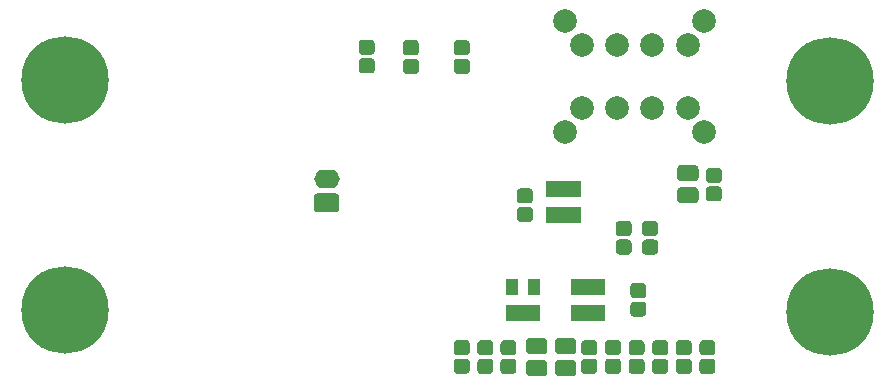
<source format=gts>
G04 #@! TF.GenerationSoftware,KiCad,Pcbnew,(5.1.0)-1*
G04 #@! TF.CreationDate,2019-05-21T21:29:46+02:00*
G04 #@! TF.ProjectId,currentscaler,63757272-656e-4747-9363-616c65722e6b,rev?*
G04 #@! TF.SameCoordinates,Original*
G04 #@! TF.FileFunction,Soldermask,Top*
G04 #@! TF.FilePolarity,Negative*
%FSLAX46Y46*%
G04 Gerber Fmt 4.6, Leading zero omitted, Abs format (unit mm)*
G04 Created by KiCad (PCBNEW (5.1.0)-1) date 2019-05-21 21:29:46*
%MOMM*%
%LPD*%
G04 APERTURE LIST*
%ADD10O,2.150000X1.600000*%
%ADD11C,0.100000*%
%ADD12C,1.600000*%
%ADD13C,1.375000*%
%ADD14C,2.000000*%
%ADD15C,7.400000*%
%ADD16C,1.275000*%
%ADD17R,1.050000X1.460000*%
G04 APERTURE END LIST*
D10*
X125600000Y-107800000D03*
D11*
G36*
X126374340Y-109001605D02*
G01*
X126406698Y-109006405D01*
X126438429Y-109014353D01*
X126469229Y-109025373D01*
X126498800Y-109039359D01*
X126526857Y-109056177D01*
X126553132Y-109075663D01*
X126577369Y-109097631D01*
X126599337Y-109121868D01*
X126618823Y-109148143D01*
X126635641Y-109176200D01*
X126649627Y-109205771D01*
X126660647Y-109236571D01*
X126668595Y-109268302D01*
X126673395Y-109300660D01*
X126675000Y-109333332D01*
X126675000Y-110266668D01*
X126673395Y-110299340D01*
X126668595Y-110331698D01*
X126660647Y-110363429D01*
X126649627Y-110394229D01*
X126635641Y-110423800D01*
X126618823Y-110451857D01*
X126599337Y-110478132D01*
X126577369Y-110502369D01*
X126553132Y-110524337D01*
X126526857Y-110543823D01*
X126498800Y-110560641D01*
X126469229Y-110574627D01*
X126438429Y-110585647D01*
X126406698Y-110593595D01*
X126374340Y-110598395D01*
X126341668Y-110600000D01*
X124858332Y-110600000D01*
X124825660Y-110598395D01*
X124793302Y-110593595D01*
X124761571Y-110585647D01*
X124730771Y-110574627D01*
X124701200Y-110560641D01*
X124673143Y-110543823D01*
X124646868Y-110524337D01*
X124622631Y-110502369D01*
X124600663Y-110478132D01*
X124581177Y-110451857D01*
X124564359Y-110423800D01*
X124550373Y-110394229D01*
X124539353Y-110363429D01*
X124531405Y-110331698D01*
X124526605Y-110299340D01*
X124525000Y-110266668D01*
X124525000Y-109333332D01*
X124526605Y-109300660D01*
X124531405Y-109268302D01*
X124539353Y-109236571D01*
X124550373Y-109205771D01*
X124564359Y-109176200D01*
X124581177Y-109148143D01*
X124600663Y-109121868D01*
X124622631Y-109097631D01*
X124646868Y-109075663D01*
X124673143Y-109056177D01*
X124701200Y-109039359D01*
X124730771Y-109025373D01*
X124761571Y-109014353D01*
X124793302Y-109006405D01*
X124825660Y-109001605D01*
X124858332Y-109000000D01*
X126341668Y-109000000D01*
X126374340Y-109001605D01*
X126374340Y-109001605D01*
G37*
D12*
X125600000Y-109800000D03*
D11*
G36*
X156789943Y-108464155D02*
G01*
X156823312Y-108469105D01*
X156856035Y-108477302D01*
X156887797Y-108488666D01*
X156918293Y-108503090D01*
X156947227Y-108520432D01*
X156974323Y-108540528D01*
X156999318Y-108563182D01*
X157021972Y-108588177D01*
X157042068Y-108615273D01*
X157059410Y-108644207D01*
X157073834Y-108674703D01*
X157085198Y-108706465D01*
X157093395Y-108739188D01*
X157098345Y-108772557D01*
X157100000Y-108806250D01*
X157100000Y-109493750D01*
X157098345Y-109527443D01*
X157093395Y-109560812D01*
X157085198Y-109593535D01*
X157073834Y-109625297D01*
X157059410Y-109655793D01*
X157042068Y-109684727D01*
X157021972Y-109711823D01*
X156999318Y-109736818D01*
X156974323Y-109759472D01*
X156947227Y-109779568D01*
X156918293Y-109796910D01*
X156887797Y-109811334D01*
X156856035Y-109822698D01*
X156823312Y-109830895D01*
X156789943Y-109835845D01*
X156756250Y-109837500D01*
X155643750Y-109837500D01*
X155610057Y-109835845D01*
X155576688Y-109830895D01*
X155543965Y-109822698D01*
X155512203Y-109811334D01*
X155481707Y-109796910D01*
X155452773Y-109779568D01*
X155425677Y-109759472D01*
X155400682Y-109736818D01*
X155378028Y-109711823D01*
X155357932Y-109684727D01*
X155340590Y-109655793D01*
X155326166Y-109625297D01*
X155314802Y-109593535D01*
X155306605Y-109560812D01*
X155301655Y-109527443D01*
X155300000Y-109493750D01*
X155300000Y-108806250D01*
X155301655Y-108772557D01*
X155306605Y-108739188D01*
X155314802Y-108706465D01*
X155326166Y-108674703D01*
X155340590Y-108644207D01*
X155357932Y-108615273D01*
X155378028Y-108588177D01*
X155400682Y-108563182D01*
X155425677Y-108540528D01*
X155452773Y-108520432D01*
X155481707Y-108503090D01*
X155512203Y-108488666D01*
X155543965Y-108477302D01*
X155576688Y-108469105D01*
X155610057Y-108464155D01*
X155643750Y-108462500D01*
X156756250Y-108462500D01*
X156789943Y-108464155D01*
X156789943Y-108464155D01*
G37*
D13*
X156200000Y-109150000D03*
D11*
G36*
X156789943Y-106589155D02*
G01*
X156823312Y-106594105D01*
X156856035Y-106602302D01*
X156887797Y-106613666D01*
X156918293Y-106628090D01*
X156947227Y-106645432D01*
X156974323Y-106665528D01*
X156999318Y-106688182D01*
X157021972Y-106713177D01*
X157042068Y-106740273D01*
X157059410Y-106769207D01*
X157073834Y-106799703D01*
X157085198Y-106831465D01*
X157093395Y-106864188D01*
X157098345Y-106897557D01*
X157100000Y-106931250D01*
X157100000Y-107618750D01*
X157098345Y-107652443D01*
X157093395Y-107685812D01*
X157085198Y-107718535D01*
X157073834Y-107750297D01*
X157059410Y-107780793D01*
X157042068Y-107809727D01*
X157021972Y-107836823D01*
X156999318Y-107861818D01*
X156974323Y-107884472D01*
X156947227Y-107904568D01*
X156918293Y-107921910D01*
X156887797Y-107936334D01*
X156856035Y-107947698D01*
X156823312Y-107955895D01*
X156789943Y-107960845D01*
X156756250Y-107962500D01*
X155643750Y-107962500D01*
X155610057Y-107960845D01*
X155576688Y-107955895D01*
X155543965Y-107947698D01*
X155512203Y-107936334D01*
X155481707Y-107921910D01*
X155452773Y-107904568D01*
X155425677Y-107884472D01*
X155400682Y-107861818D01*
X155378028Y-107836823D01*
X155357932Y-107809727D01*
X155340590Y-107780793D01*
X155326166Y-107750297D01*
X155314802Y-107718535D01*
X155306605Y-107685812D01*
X155301655Y-107652443D01*
X155300000Y-107618750D01*
X155300000Y-106931250D01*
X155301655Y-106897557D01*
X155306605Y-106864188D01*
X155314802Y-106831465D01*
X155326166Y-106799703D01*
X155340590Y-106769207D01*
X155357932Y-106740273D01*
X155378028Y-106713177D01*
X155400682Y-106688182D01*
X155425677Y-106665528D01*
X155452773Y-106645432D01*
X155481707Y-106628090D01*
X155512203Y-106613666D01*
X155543965Y-106602302D01*
X155576688Y-106594105D01*
X155610057Y-106589155D01*
X155643750Y-106587500D01*
X156756250Y-106587500D01*
X156789943Y-106589155D01*
X156789943Y-106589155D01*
G37*
D13*
X156200000Y-107275000D03*
D11*
G36*
X146439943Y-121226655D02*
G01*
X146473312Y-121231605D01*
X146506035Y-121239802D01*
X146537797Y-121251166D01*
X146568293Y-121265590D01*
X146597227Y-121282932D01*
X146624323Y-121303028D01*
X146649318Y-121325682D01*
X146671972Y-121350677D01*
X146692068Y-121377773D01*
X146709410Y-121406707D01*
X146723834Y-121437203D01*
X146735198Y-121468965D01*
X146743395Y-121501688D01*
X146748345Y-121535057D01*
X146750000Y-121568750D01*
X146750000Y-122256250D01*
X146748345Y-122289943D01*
X146743395Y-122323312D01*
X146735198Y-122356035D01*
X146723834Y-122387797D01*
X146709410Y-122418293D01*
X146692068Y-122447227D01*
X146671972Y-122474323D01*
X146649318Y-122499318D01*
X146624323Y-122521972D01*
X146597227Y-122542068D01*
X146568293Y-122559410D01*
X146537797Y-122573834D01*
X146506035Y-122585198D01*
X146473312Y-122593395D01*
X146439943Y-122598345D01*
X146406250Y-122600000D01*
X145293750Y-122600000D01*
X145260057Y-122598345D01*
X145226688Y-122593395D01*
X145193965Y-122585198D01*
X145162203Y-122573834D01*
X145131707Y-122559410D01*
X145102773Y-122542068D01*
X145075677Y-122521972D01*
X145050682Y-122499318D01*
X145028028Y-122474323D01*
X145007932Y-122447227D01*
X144990590Y-122418293D01*
X144976166Y-122387797D01*
X144964802Y-122356035D01*
X144956605Y-122323312D01*
X144951655Y-122289943D01*
X144950000Y-122256250D01*
X144950000Y-121568750D01*
X144951655Y-121535057D01*
X144956605Y-121501688D01*
X144964802Y-121468965D01*
X144976166Y-121437203D01*
X144990590Y-121406707D01*
X145007932Y-121377773D01*
X145028028Y-121350677D01*
X145050682Y-121325682D01*
X145075677Y-121303028D01*
X145102773Y-121282932D01*
X145131707Y-121265590D01*
X145162203Y-121251166D01*
X145193965Y-121239802D01*
X145226688Y-121231605D01*
X145260057Y-121226655D01*
X145293750Y-121225000D01*
X146406250Y-121225000D01*
X146439943Y-121226655D01*
X146439943Y-121226655D01*
G37*
D13*
X145850000Y-121912500D03*
D11*
G36*
X146439943Y-123101655D02*
G01*
X146473312Y-123106605D01*
X146506035Y-123114802D01*
X146537797Y-123126166D01*
X146568293Y-123140590D01*
X146597227Y-123157932D01*
X146624323Y-123178028D01*
X146649318Y-123200682D01*
X146671972Y-123225677D01*
X146692068Y-123252773D01*
X146709410Y-123281707D01*
X146723834Y-123312203D01*
X146735198Y-123343965D01*
X146743395Y-123376688D01*
X146748345Y-123410057D01*
X146750000Y-123443750D01*
X146750000Y-124131250D01*
X146748345Y-124164943D01*
X146743395Y-124198312D01*
X146735198Y-124231035D01*
X146723834Y-124262797D01*
X146709410Y-124293293D01*
X146692068Y-124322227D01*
X146671972Y-124349323D01*
X146649318Y-124374318D01*
X146624323Y-124396972D01*
X146597227Y-124417068D01*
X146568293Y-124434410D01*
X146537797Y-124448834D01*
X146506035Y-124460198D01*
X146473312Y-124468395D01*
X146439943Y-124473345D01*
X146406250Y-124475000D01*
X145293750Y-124475000D01*
X145260057Y-124473345D01*
X145226688Y-124468395D01*
X145193965Y-124460198D01*
X145162203Y-124448834D01*
X145131707Y-124434410D01*
X145102773Y-124417068D01*
X145075677Y-124396972D01*
X145050682Y-124374318D01*
X145028028Y-124349323D01*
X145007932Y-124322227D01*
X144990590Y-124293293D01*
X144976166Y-124262797D01*
X144964802Y-124231035D01*
X144956605Y-124198312D01*
X144951655Y-124164943D01*
X144950000Y-124131250D01*
X144950000Y-123443750D01*
X144951655Y-123410057D01*
X144956605Y-123376688D01*
X144964802Y-123343965D01*
X144976166Y-123312203D01*
X144990590Y-123281707D01*
X145007932Y-123252773D01*
X145028028Y-123225677D01*
X145050682Y-123200682D01*
X145075677Y-123178028D01*
X145102773Y-123157932D01*
X145131707Y-123140590D01*
X145162203Y-123126166D01*
X145193965Y-123114802D01*
X145226688Y-123106605D01*
X145260057Y-123101655D01*
X145293750Y-123100000D01*
X146406250Y-123100000D01*
X146439943Y-123101655D01*
X146439943Y-123101655D01*
G37*
D13*
X145850000Y-123787500D03*
D11*
G36*
X143989943Y-123101655D02*
G01*
X144023312Y-123106605D01*
X144056035Y-123114802D01*
X144087797Y-123126166D01*
X144118293Y-123140590D01*
X144147227Y-123157932D01*
X144174323Y-123178028D01*
X144199318Y-123200682D01*
X144221972Y-123225677D01*
X144242068Y-123252773D01*
X144259410Y-123281707D01*
X144273834Y-123312203D01*
X144285198Y-123343965D01*
X144293395Y-123376688D01*
X144298345Y-123410057D01*
X144300000Y-123443750D01*
X144300000Y-124131250D01*
X144298345Y-124164943D01*
X144293395Y-124198312D01*
X144285198Y-124231035D01*
X144273834Y-124262797D01*
X144259410Y-124293293D01*
X144242068Y-124322227D01*
X144221972Y-124349323D01*
X144199318Y-124374318D01*
X144174323Y-124396972D01*
X144147227Y-124417068D01*
X144118293Y-124434410D01*
X144087797Y-124448834D01*
X144056035Y-124460198D01*
X144023312Y-124468395D01*
X143989943Y-124473345D01*
X143956250Y-124475000D01*
X142843750Y-124475000D01*
X142810057Y-124473345D01*
X142776688Y-124468395D01*
X142743965Y-124460198D01*
X142712203Y-124448834D01*
X142681707Y-124434410D01*
X142652773Y-124417068D01*
X142625677Y-124396972D01*
X142600682Y-124374318D01*
X142578028Y-124349323D01*
X142557932Y-124322227D01*
X142540590Y-124293293D01*
X142526166Y-124262797D01*
X142514802Y-124231035D01*
X142506605Y-124198312D01*
X142501655Y-124164943D01*
X142500000Y-124131250D01*
X142500000Y-123443750D01*
X142501655Y-123410057D01*
X142506605Y-123376688D01*
X142514802Y-123343965D01*
X142526166Y-123312203D01*
X142540590Y-123281707D01*
X142557932Y-123252773D01*
X142578028Y-123225677D01*
X142600682Y-123200682D01*
X142625677Y-123178028D01*
X142652773Y-123157932D01*
X142681707Y-123140590D01*
X142712203Y-123126166D01*
X142743965Y-123114802D01*
X142776688Y-123106605D01*
X142810057Y-123101655D01*
X142843750Y-123100000D01*
X143956250Y-123100000D01*
X143989943Y-123101655D01*
X143989943Y-123101655D01*
G37*
D13*
X143400000Y-123787500D03*
D11*
G36*
X143989943Y-121226655D02*
G01*
X144023312Y-121231605D01*
X144056035Y-121239802D01*
X144087797Y-121251166D01*
X144118293Y-121265590D01*
X144147227Y-121282932D01*
X144174323Y-121303028D01*
X144199318Y-121325682D01*
X144221972Y-121350677D01*
X144242068Y-121377773D01*
X144259410Y-121406707D01*
X144273834Y-121437203D01*
X144285198Y-121468965D01*
X144293395Y-121501688D01*
X144298345Y-121535057D01*
X144300000Y-121568750D01*
X144300000Y-122256250D01*
X144298345Y-122289943D01*
X144293395Y-122323312D01*
X144285198Y-122356035D01*
X144273834Y-122387797D01*
X144259410Y-122418293D01*
X144242068Y-122447227D01*
X144221972Y-122474323D01*
X144199318Y-122499318D01*
X144174323Y-122521972D01*
X144147227Y-122542068D01*
X144118293Y-122559410D01*
X144087797Y-122573834D01*
X144056035Y-122585198D01*
X144023312Y-122593395D01*
X143989943Y-122598345D01*
X143956250Y-122600000D01*
X142843750Y-122600000D01*
X142810057Y-122598345D01*
X142776688Y-122593395D01*
X142743965Y-122585198D01*
X142712203Y-122573834D01*
X142681707Y-122559410D01*
X142652773Y-122542068D01*
X142625677Y-122521972D01*
X142600682Y-122499318D01*
X142578028Y-122474323D01*
X142557932Y-122447227D01*
X142540590Y-122418293D01*
X142526166Y-122387797D01*
X142514802Y-122356035D01*
X142506605Y-122323312D01*
X142501655Y-122289943D01*
X142500000Y-122256250D01*
X142500000Y-121568750D01*
X142501655Y-121535057D01*
X142506605Y-121501688D01*
X142514802Y-121468965D01*
X142526166Y-121437203D01*
X142540590Y-121406707D01*
X142557932Y-121377773D01*
X142578028Y-121350677D01*
X142600682Y-121325682D01*
X142625677Y-121303028D01*
X142652773Y-121282932D01*
X142681707Y-121265590D01*
X142712203Y-121251166D01*
X142743965Y-121239802D01*
X142776688Y-121231605D01*
X142810057Y-121226655D01*
X142843750Y-121225000D01*
X143956250Y-121225000D01*
X143989943Y-121226655D01*
X143989943Y-121226655D01*
G37*
D13*
X143400000Y-121912500D03*
D14*
X156200000Y-101750000D03*
X153200000Y-101750000D03*
X150200000Y-101750000D03*
X147200000Y-101750000D03*
X156200000Y-96450000D03*
X150200000Y-96450000D03*
X147200000Y-96450000D03*
X153200000Y-96450000D03*
X145800000Y-94400000D03*
X157600000Y-94400000D03*
X157600000Y-103800000D03*
X145800000Y-103800000D03*
D15*
X168230000Y-119000000D03*
X168230000Y-99500000D03*
X103460000Y-99390000D03*
X103460000Y-118890000D03*
D11*
G36*
X150237493Y-122989035D02*
G01*
X150268435Y-122993625D01*
X150298778Y-123001225D01*
X150328230Y-123011763D01*
X150356508Y-123025138D01*
X150383338Y-123041219D01*
X150408463Y-123059853D01*
X150431640Y-123080860D01*
X150452647Y-123104037D01*
X150471281Y-123129162D01*
X150487362Y-123155992D01*
X150500737Y-123184270D01*
X150511275Y-123213722D01*
X150518875Y-123244065D01*
X150523465Y-123275007D01*
X150525000Y-123306250D01*
X150525000Y-123943750D01*
X150523465Y-123974993D01*
X150518875Y-124005935D01*
X150511275Y-124036278D01*
X150500737Y-124065730D01*
X150487362Y-124094008D01*
X150471281Y-124120838D01*
X150452647Y-124145963D01*
X150431640Y-124169140D01*
X150408463Y-124190147D01*
X150383338Y-124208781D01*
X150356508Y-124224862D01*
X150328230Y-124238237D01*
X150298778Y-124248775D01*
X150268435Y-124256375D01*
X150237493Y-124260965D01*
X150206250Y-124262500D01*
X149493750Y-124262500D01*
X149462507Y-124260965D01*
X149431565Y-124256375D01*
X149401222Y-124248775D01*
X149371770Y-124238237D01*
X149343492Y-124224862D01*
X149316662Y-124208781D01*
X149291537Y-124190147D01*
X149268360Y-124169140D01*
X149247353Y-124145963D01*
X149228719Y-124120838D01*
X149212638Y-124094008D01*
X149199263Y-124065730D01*
X149188725Y-124036278D01*
X149181125Y-124005935D01*
X149176535Y-123974993D01*
X149175000Y-123943750D01*
X149175000Y-123306250D01*
X149176535Y-123275007D01*
X149181125Y-123244065D01*
X149188725Y-123213722D01*
X149199263Y-123184270D01*
X149212638Y-123155992D01*
X149228719Y-123129162D01*
X149247353Y-123104037D01*
X149268360Y-123080860D01*
X149291537Y-123059853D01*
X149316662Y-123041219D01*
X149343492Y-123025138D01*
X149371770Y-123011763D01*
X149401222Y-123001225D01*
X149431565Y-122993625D01*
X149462507Y-122989035D01*
X149493750Y-122987500D01*
X150206250Y-122987500D01*
X150237493Y-122989035D01*
X150237493Y-122989035D01*
G37*
D16*
X149850000Y-123625000D03*
D11*
G36*
X150237493Y-121414035D02*
G01*
X150268435Y-121418625D01*
X150298778Y-121426225D01*
X150328230Y-121436763D01*
X150356508Y-121450138D01*
X150383338Y-121466219D01*
X150408463Y-121484853D01*
X150431640Y-121505860D01*
X150452647Y-121529037D01*
X150471281Y-121554162D01*
X150487362Y-121580992D01*
X150500737Y-121609270D01*
X150511275Y-121638722D01*
X150518875Y-121669065D01*
X150523465Y-121700007D01*
X150525000Y-121731250D01*
X150525000Y-122368750D01*
X150523465Y-122399993D01*
X150518875Y-122430935D01*
X150511275Y-122461278D01*
X150500737Y-122490730D01*
X150487362Y-122519008D01*
X150471281Y-122545838D01*
X150452647Y-122570963D01*
X150431640Y-122594140D01*
X150408463Y-122615147D01*
X150383338Y-122633781D01*
X150356508Y-122649862D01*
X150328230Y-122663237D01*
X150298778Y-122673775D01*
X150268435Y-122681375D01*
X150237493Y-122685965D01*
X150206250Y-122687500D01*
X149493750Y-122687500D01*
X149462507Y-122685965D01*
X149431565Y-122681375D01*
X149401222Y-122673775D01*
X149371770Y-122663237D01*
X149343492Y-122649862D01*
X149316662Y-122633781D01*
X149291537Y-122615147D01*
X149268360Y-122594140D01*
X149247353Y-122570963D01*
X149228719Y-122545838D01*
X149212638Y-122519008D01*
X149199263Y-122490730D01*
X149188725Y-122461278D01*
X149181125Y-122430935D01*
X149176535Y-122399993D01*
X149175000Y-122368750D01*
X149175000Y-121731250D01*
X149176535Y-121700007D01*
X149181125Y-121669065D01*
X149188725Y-121638722D01*
X149199263Y-121609270D01*
X149212638Y-121580992D01*
X149228719Y-121554162D01*
X149247353Y-121529037D01*
X149268360Y-121505860D01*
X149291537Y-121484853D01*
X149316662Y-121466219D01*
X149343492Y-121450138D01*
X149371770Y-121436763D01*
X149401222Y-121426225D01*
X149431565Y-121418625D01*
X149462507Y-121414035D01*
X149493750Y-121412500D01*
X150206250Y-121412500D01*
X150237493Y-121414035D01*
X150237493Y-121414035D01*
G37*
D16*
X149850000Y-122050000D03*
D17*
X141300000Y-119100000D03*
X142250000Y-119100000D03*
X143200000Y-119100000D03*
X143200000Y-116900000D03*
X141300000Y-116900000D03*
X147750000Y-119100000D03*
X148700000Y-119100000D03*
X146800000Y-119100000D03*
X146800000Y-116900000D03*
X147750000Y-116900000D03*
X148700000Y-116900000D03*
X144700000Y-110850000D03*
X145650000Y-110850000D03*
X146600000Y-110850000D03*
X146600000Y-108650000D03*
X144700000Y-108650000D03*
X145650000Y-108650000D03*
D11*
G36*
X148237493Y-123001535D02*
G01*
X148268435Y-123006125D01*
X148298778Y-123013725D01*
X148328230Y-123024263D01*
X148356508Y-123037638D01*
X148383338Y-123053719D01*
X148408463Y-123072353D01*
X148431640Y-123093360D01*
X148452647Y-123116537D01*
X148471281Y-123141662D01*
X148487362Y-123168492D01*
X148500737Y-123196770D01*
X148511275Y-123226222D01*
X148518875Y-123256565D01*
X148523465Y-123287507D01*
X148525000Y-123318750D01*
X148525000Y-123956250D01*
X148523465Y-123987493D01*
X148518875Y-124018435D01*
X148511275Y-124048778D01*
X148500737Y-124078230D01*
X148487362Y-124106508D01*
X148471281Y-124133338D01*
X148452647Y-124158463D01*
X148431640Y-124181640D01*
X148408463Y-124202647D01*
X148383338Y-124221281D01*
X148356508Y-124237362D01*
X148328230Y-124250737D01*
X148298778Y-124261275D01*
X148268435Y-124268875D01*
X148237493Y-124273465D01*
X148206250Y-124275000D01*
X147493750Y-124275000D01*
X147462507Y-124273465D01*
X147431565Y-124268875D01*
X147401222Y-124261275D01*
X147371770Y-124250737D01*
X147343492Y-124237362D01*
X147316662Y-124221281D01*
X147291537Y-124202647D01*
X147268360Y-124181640D01*
X147247353Y-124158463D01*
X147228719Y-124133338D01*
X147212638Y-124106508D01*
X147199263Y-124078230D01*
X147188725Y-124048778D01*
X147181125Y-124018435D01*
X147176535Y-123987493D01*
X147175000Y-123956250D01*
X147175000Y-123318750D01*
X147176535Y-123287507D01*
X147181125Y-123256565D01*
X147188725Y-123226222D01*
X147199263Y-123196770D01*
X147212638Y-123168492D01*
X147228719Y-123141662D01*
X147247353Y-123116537D01*
X147268360Y-123093360D01*
X147291537Y-123072353D01*
X147316662Y-123053719D01*
X147343492Y-123037638D01*
X147371770Y-123024263D01*
X147401222Y-123013725D01*
X147431565Y-123006125D01*
X147462507Y-123001535D01*
X147493750Y-123000000D01*
X148206250Y-123000000D01*
X148237493Y-123001535D01*
X148237493Y-123001535D01*
G37*
D16*
X147850000Y-123637500D03*
D11*
G36*
X148237493Y-121426535D02*
G01*
X148268435Y-121431125D01*
X148298778Y-121438725D01*
X148328230Y-121449263D01*
X148356508Y-121462638D01*
X148383338Y-121478719D01*
X148408463Y-121497353D01*
X148431640Y-121518360D01*
X148452647Y-121541537D01*
X148471281Y-121566662D01*
X148487362Y-121593492D01*
X148500737Y-121621770D01*
X148511275Y-121651222D01*
X148518875Y-121681565D01*
X148523465Y-121712507D01*
X148525000Y-121743750D01*
X148525000Y-122381250D01*
X148523465Y-122412493D01*
X148518875Y-122443435D01*
X148511275Y-122473778D01*
X148500737Y-122503230D01*
X148487362Y-122531508D01*
X148471281Y-122558338D01*
X148452647Y-122583463D01*
X148431640Y-122606640D01*
X148408463Y-122627647D01*
X148383338Y-122646281D01*
X148356508Y-122662362D01*
X148328230Y-122675737D01*
X148298778Y-122686275D01*
X148268435Y-122693875D01*
X148237493Y-122698465D01*
X148206250Y-122700000D01*
X147493750Y-122700000D01*
X147462507Y-122698465D01*
X147431565Y-122693875D01*
X147401222Y-122686275D01*
X147371770Y-122675737D01*
X147343492Y-122662362D01*
X147316662Y-122646281D01*
X147291537Y-122627647D01*
X147268360Y-122606640D01*
X147247353Y-122583463D01*
X147228719Y-122558338D01*
X147212638Y-122531508D01*
X147199263Y-122503230D01*
X147188725Y-122473778D01*
X147181125Y-122443435D01*
X147176535Y-122412493D01*
X147175000Y-122381250D01*
X147175000Y-121743750D01*
X147176535Y-121712507D01*
X147181125Y-121681565D01*
X147188725Y-121651222D01*
X147199263Y-121621770D01*
X147212638Y-121593492D01*
X147228719Y-121566662D01*
X147247353Y-121541537D01*
X147268360Y-121518360D01*
X147291537Y-121497353D01*
X147316662Y-121478719D01*
X147343492Y-121462638D01*
X147371770Y-121449263D01*
X147401222Y-121438725D01*
X147431565Y-121431125D01*
X147462507Y-121426535D01*
X147493750Y-121425000D01*
X148206250Y-121425000D01*
X148237493Y-121426535D01*
X148237493Y-121426535D01*
G37*
D16*
X147850000Y-122062500D03*
D11*
G36*
X151137493Y-111326535D02*
G01*
X151168435Y-111331125D01*
X151198778Y-111338725D01*
X151228230Y-111349263D01*
X151256508Y-111362638D01*
X151283338Y-111378719D01*
X151308463Y-111397353D01*
X151331640Y-111418360D01*
X151352647Y-111441537D01*
X151371281Y-111466662D01*
X151387362Y-111493492D01*
X151400737Y-111521770D01*
X151411275Y-111551222D01*
X151418875Y-111581565D01*
X151423465Y-111612507D01*
X151425000Y-111643750D01*
X151425000Y-112281250D01*
X151423465Y-112312493D01*
X151418875Y-112343435D01*
X151411275Y-112373778D01*
X151400737Y-112403230D01*
X151387362Y-112431508D01*
X151371281Y-112458338D01*
X151352647Y-112483463D01*
X151331640Y-112506640D01*
X151308463Y-112527647D01*
X151283338Y-112546281D01*
X151256508Y-112562362D01*
X151228230Y-112575737D01*
X151198778Y-112586275D01*
X151168435Y-112593875D01*
X151137493Y-112598465D01*
X151106250Y-112600000D01*
X150393750Y-112600000D01*
X150362507Y-112598465D01*
X150331565Y-112593875D01*
X150301222Y-112586275D01*
X150271770Y-112575737D01*
X150243492Y-112562362D01*
X150216662Y-112546281D01*
X150191537Y-112527647D01*
X150168360Y-112506640D01*
X150147353Y-112483463D01*
X150128719Y-112458338D01*
X150112638Y-112431508D01*
X150099263Y-112403230D01*
X150088725Y-112373778D01*
X150081125Y-112343435D01*
X150076535Y-112312493D01*
X150075000Y-112281250D01*
X150075000Y-111643750D01*
X150076535Y-111612507D01*
X150081125Y-111581565D01*
X150088725Y-111551222D01*
X150099263Y-111521770D01*
X150112638Y-111493492D01*
X150128719Y-111466662D01*
X150147353Y-111441537D01*
X150168360Y-111418360D01*
X150191537Y-111397353D01*
X150216662Y-111378719D01*
X150243492Y-111362638D01*
X150271770Y-111349263D01*
X150301222Y-111338725D01*
X150331565Y-111331125D01*
X150362507Y-111326535D01*
X150393750Y-111325000D01*
X151106250Y-111325000D01*
X151137493Y-111326535D01*
X151137493Y-111326535D01*
G37*
D16*
X150750000Y-111962500D03*
D11*
G36*
X151137493Y-112901535D02*
G01*
X151168435Y-112906125D01*
X151198778Y-112913725D01*
X151228230Y-112924263D01*
X151256508Y-112937638D01*
X151283338Y-112953719D01*
X151308463Y-112972353D01*
X151331640Y-112993360D01*
X151352647Y-113016537D01*
X151371281Y-113041662D01*
X151387362Y-113068492D01*
X151400737Y-113096770D01*
X151411275Y-113126222D01*
X151418875Y-113156565D01*
X151423465Y-113187507D01*
X151425000Y-113218750D01*
X151425000Y-113856250D01*
X151423465Y-113887493D01*
X151418875Y-113918435D01*
X151411275Y-113948778D01*
X151400737Y-113978230D01*
X151387362Y-114006508D01*
X151371281Y-114033338D01*
X151352647Y-114058463D01*
X151331640Y-114081640D01*
X151308463Y-114102647D01*
X151283338Y-114121281D01*
X151256508Y-114137362D01*
X151228230Y-114150737D01*
X151198778Y-114161275D01*
X151168435Y-114168875D01*
X151137493Y-114173465D01*
X151106250Y-114175000D01*
X150393750Y-114175000D01*
X150362507Y-114173465D01*
X150331565Y-114168875D01*
X150301222Y-114161275D01*
X150271770Y-114150737D01*
X150243492Y-114137362D01*
X150216662Y-114121281D01*
X150191537Y-114102647D01*
X150168360Y-114081640D01*
X150147353Y-114058463D01*
X150128719Y-114033338D01*
X150112638Y-114006508D01*
X150099263Y-113978230D01*
X150088725Y-113948778D01*
X150081125Y-113918435D01*
X150076535Y-113887493D01*
X150075000Y-113856250D01*
X150075000Y-113218750D01*
X150076535Y-113187507D01*
X150081125Y-113156565D01*
X150088725Y-113126222D01*
X150099263Y-113096770D01*
X150112638Y-113068492D01*
X150128719Y-113041662D01*
X150147353Y-113016537D01*
X150168360Y-112993360D01*
X150191537Y-112972353D01*
X150216662Y-112953719D01*
X150243492Y-112937638D01*
X150271770Y-112924263D01*
X150301222Y-112913725D01*
X150331565Y-112906125D01*
X150362507Y-112901535D01*
X150393750Y-112900000D01*
X151106250Y-112900000D01*
X151137493Y-112901535D01*
X151137493Y-112901535D01*
G37*
D16*
X150750000Y-113537500D03*
D11*
G36*
X133137493Y-97601535D02*
G01*
X133168435Y-97606125D01*
X133198778Y-97613725D01*
X133228230Y-97624263D01*
X133256508Y-97637638D01*
X133283338Y-97653719D01*
X133308463Y-97672353D01*
X133331640Y-97693360D01*
X133352647Y-97716537D01*
X133371281Y-97741662D01*
X133387362Y-97768492D01*
X133400737Y-97796770D01*
X133411275Y-97826222D01*
X133418875Y-97856565D01*
X133423465Y-97887507D01*
X133425000Y-97918750D01*
X133425000Y-98556250D01*
X133423465Y-98587493D01*
X133418875Y-98618435D01*
X133411275Y-98648778D01*
X133400737Y-98678230D01*
X133387362Y-98706508D01*
X133371281Y-98733338D01*
X133352647Y-98758463D01*
X133331640Y-98781640D01*
X133308463Y-98802647D01*
X133283338Y-98821281D01*
X133256508Y-98837362D01*
X133228230Y-98850737D01*
X133198778Y-98861275D01*
X133168435Y-98868875D01*
X133137493Y-98873465D01*
X133106250Y-98875000D01*
X132393750Y-98875000D01*
X132362507Y-98873465D01*
X132331565Y-98868875D01*
X132301222Y-98861275D01*
X132271770Y-98850737D01*
X132243492Y-98837362D01*
X132216662Y-98821281D01*
X132191537Y-98802647D01*
X132168360Y-98781640D01*
X132147353Y-98758463D01*
X132128719Y-98733338D01*
X132112638Y-98706508D01*
X132099263Y-98678230D01*
X132088725Y-98648778D01*
X132081125Y-98618435D01*
X132076535Y-98587493D01*
X132075000Y-98556250D01*
X132075000Y-97918750D01*
X132076535Y-97887507D01*
X132081125Y-97856565D01*
X132088725Y-97826222D01*
X132099263Y-97796770D01*
X132112638Y-97768492D01*
X132128719Y-97741662D01*
X132147353Y-97716537D01*
X132168360Y-97693360D01*
X132191537Y-97672353D01*
X132216662Y-97653719D01*
X132243492Y-97637638D01*
X132271770Y-97624263D01*
X132301222Y-97613725D01*
X132331565Y-97606125D01*
X132362507Y-97601535D01*
X132393750Y-97600000D01*
X133106250Y-97600000D01*
X133137493Y-97601535D01*
X133137493Y-97601535D01*
G37*
D16*
X132750000Y-98237500D03*
D11*
G36*
X133137493Y-96026535D02*
G01*
X133168435Y-96031125D01*
X133198778Y-96038725D01*
X133228230Y-96049263D01*
X133256508Y-96062638D01*
X133283338Y-96078719D01*
X133308463Y-96097353D01*
X133331640Y-96118360D01*
X133352647Y-96141537D01*
X133371281Y-96166662D01*
X133387362Y-96193492D01*
X133400737Y-96221770D01*
X133411275Y-96251222D01*
X133418875Y-96281565D01*
X133423465Y-96312507D01*
X133425000Y-96343750D01*
X133425000Y-96981250D01*
X133423465Y-97012493D01*
X133418875Y-97043435D01*
X133411275Y-97073778D01*
X133400737Y-97103230D01*
X133387362Y-97131508D01*
X133371281Y-97158338D01*
X133352647Y-97183463D01*
X133331640Y-97206640D01*
X133308463Y-97227647D01*
X133283338Y-97246281D01*
X133256508Y-97262362D01*
X133228230Y-97275737D01*
X133198778Y-97286275D01*
X133168435Y-97293875D01*
X133137493Y-97298465D01*
X133106250Y-97300000D01*
X132393750Y-97300000D01*
X132362507Y-97298465D01*
X132331565Y-97293875D01*
X132301222Y-97286275D01*
X132271770Y-97275737D01*
X132243492Y-97262362D01*
X132216662Y-97246281D01*
X132191537Y-97227647D01*
X132168360Y-97206640D01*
X132147353Y-97183463D01*
X132128719Y-97158338D01*
X132112638Y-97131508D01*
X132099263Y-97103230D01*
X132088725Y-97073778D01*
X132081125Y-97043435D01*
X132076535Y-97012493D01*
X132075000Y-96981250D01*
X132075000Y-96343750D01*
X132076535Y-96312507D01*
X132081125Y-96281565D01*
X132088725Y-96251222D01*
X132099263Y-96221770D01*
X132112638Y-96193492D01*
X132128719Y-96166662D01*
X132147353Y-96141537D01*
X132168360Y-96118360D01*
X132191537Y-96097353D01*
X132216662Y-96078719D01*
X132243492Y-96062638D01*
X132271770Y-96049263D01*
X132301222Y-96038725D01*
X132331565Y-96031125D01*
X132362507Y-96026535D01*
X132393750Y-96025000D01*
X133106250Y-96025000D01*
X133137493Y-96026535D01*
X133137493Y-96026535D01*
G37*
D16*
X132750000Y-96662500D03*
D11*
G36*
X152237493Y-123001535D02*
G01*
X152268435Y-123006125D01*
X152298778Y-123013725D01*
X152328230Y-123024263D01*
X152356508Y-123037638D01*
X152383338Y-123053719D01*
X152408463Y-123072353D01*
X152431640Y-123093360D01*
X152452647Y-123116537D01*
X152471281Y-123141662D01*
X152487362Y-123168492D01*
X152500737Y-123196770D01*
X152511275Y-123226222D01*
X152518875Y-123256565D01*
X152523465Y-123287507D01*
X152525000Y-123318750D01*
X152525000Y-123956250D01*
X152523465Y-123987493D01*
X152518875Y-124018435D01*
X152511275Y-124048778D01*
X152500737Y-124078230D01*
X152487362Y-124106508D01*
X152471281Y-124133338D01*
X152452647Y-124158463D01*
X152431640Y-124181640D01*
X152408463Y-124202647D01*
X152383338Y-124221281D01*
X152356508Y-124237362D01*
X152328230Y-124250737D01*
X152298778Y-124261275D01*
X152268435Y-124268875D01*
X152237493Y-124273465D01*
X152206250Y-124275000D01*
X151493750Y-124275000D01*
X151462507Y-124273465D01*
X151431565Y-124268875D01*
X151401222Y-124261275D01*
X151371770Y-124250737D01*
X151343492Y-124237362D01*
X151316662Y-124221281D01*
X151291537Y-124202647D01*
X151268360Y-124181640D01*
X151247353Y-124158463D01*
X151228719Y-124133338D01*
X151212638Y-124106508D01*
X151199263Y-124078230D01*
X151188725Y-124048778D01*
X151181125Y-124018435D01*
X151176535Y-123987493D01*
X151175000Y-123956250D01*
X151175000Y-123318750D01*
X151176535Y-123287507D01*
X151181125Y-123256565D01*
X151188725Y-123226222D01*
X151199263Y-123196770D01*
X151212638Y-123168492D01*
X151228719Y-123141662D01*
X151247353Y-123116537D01*
X151268360Y-123093360D01*
X151291537Y-123072353D01*
X151316662Y-123053719D01*
X151343492Y-123037638D01*
X151371770Y-123024263D01*
X151401222Y-123013725D01*
X151431565Y-123006125D01*
X151462507Y-123001535D01*
X151493750Y-123000000D01*
X152206250Y-123000000D01*
X152237493Y-123001535D01*
X152237493Y-123001535D01*
G37*
D16*
X151850000Y-123637500D03*
D11*
G36*
X152237493Y-121426535D02*
G01*
X152268435Y-121431125D01*
X152298778Y-121438725D01*
X152328230Y-121449263D01*
X152356508Y-121462638D01*
X152383338Y-121478719D01*
X152408463Y-121497353D01*
X152431640Y-121518360D01*
X152452647Y-121541537D01*
X152471281Y-121566662D01*
X152487362Y-121593492D01*
X152500737Y-121621770D01*
X152511275Y-121651222D01*
X152518875Y-121681565D01*
X152523465Y-121712507D01*
X152525000Y-121743750D01*
X152525000Y-122381250D01*
X152523465Y-122412493D01*
X152518875Y-122443435D01*
X152511275Y-122473778D01*
X152500737Y-122503230D01*
X152487362Y-122531508D01*
X152471281Y-122558338D01*
X152452647Y-122583463D01*
X152431640Y-122606640D01*
X152408463Y-122627647D01*
X152383338Y-122646281D01*
X152356508Y-122662362D01*
X152328230Y-122675737D01*
X152298778Y-122686275D01*
X152268435Y-122693875D01*
X152237493Y-122698465D01*
X152206250Y-122700000D01*
X151493750Y-122700000D01*
X151462507Y-122698465D01*
X151431565Y-122693875D01*
X151401222Y-122686275D01*
X151371770Y-122675737D01*
X151343492Y-122662362D01*
X151316662Y-122646281D01*
X151291537Y-122627647D01*
X151268360Y-122606640D01*
X151247353Y-122583463D01*
X151228719Y-122558338D01*
X151212638Y-122531508D01*
X151199263Y-122503230D01*
X151188725Y-122473778D01*
X151181125Y-122443435D01*
X151176535Y-122412493D01*
X151175000Y-122381250D01*
X151175000Y-121743750D01*
X151176535Y-121712507D01*
X151181125Y-121681565D01*
X151188725Y-121651222D01*
X151199263Y-121621770D01*
X151212638Y-121593492D01*
X151228719Y-121566662D01*
X151247353Y-121541537D01*
X151268360Y-121518360D01*
X151291537Y-121497353D01*
X151316662Y-121478719D01*
X151343492Y-121462638D01*
X151371770Y-121449263D01*
X151401222Y-121438725D01*
X151431565Y-121431125D01*
X151462507Y-121426535D01*
X151493750Y-121425000D01*
X152206250Y-121425000D01*
X152237493Y-121426535D01*
X152237493Y-121426535D01*
G37*
D16*
X151850000Y-122062500D03*
D11*
G36*
X137437493Y-96026535D02*
G01*
X137468435Y-96031125D01*
X137498778Y-96038725D01*
X137528230Y-96049263D01*
X137556508Y-96062638D01*
X137583338Y-96078719D01*
X137608463Y-96097353D01*
X137631640Y-96118360D01*
X137652647Y-96141537D01*
X137671281Y-96166662D01*
X137687362Y-96193492D01*
X137700737Y-96221770D01*
X137711275Y-96251222D01*
X137718875Y-96281565D01*
X137723465Y-96312507D01*
X137725000Y-96343750D01*
X137725000Y-96981250D01*
X137723465Y-97012493D01*
X137718875Y-97043435D01*
X137711275Y-97073778D01*
X137700737Y-97103230D01*
X137687362Y-97131508D01*
X137671281Y-97158338D01*
X137652647Y-97183463D01*
X137631640Y-97206640D01*
X137608463Y-97227647D01*
X137583338Y-97246281D01*
X137556508Y-97262362D01*
X137528230Y-97275737D01*
X137498778Y-97286275D01*
X137468435Y-97293875D01*
X137437493Y-97298465D01*
X137406250Y-97300000D01*
X136693750Y-97300000D01*
X136662507Y-97298465D01*
X136631565Y-97293875D01*
X136601222Y-97286275D01*
X136571770Y-97275737D01*
X136543492Y-97262362D01*
X136516662Y-97246281D01*
X136491537Y-97227647D01*
X136468360Y-97206640D01*
X136447353Y-97183463D01*
X136428719Y-97158338D01*
X136412638Y-97131508D01*
X136399263Y-97103230D01*
X136388725Y-97073778D01*
X136381125Y-97043435D01*
X136376535Y-97012493D01*
X136375000Y-96981250D01*
X136375000Y-96343750D01*
X136376535Y-96312507D01*
X136381125Y-96281565D01*
X136388725Y-96251222D01*
X136399263Y-96221770D01*
X136412638Y-96193492D01*
X136428719Y-96166662D01*
X136447353Y-96141537D01*
X136468360Y-96118360D01*
X136491537Y-96097353D01*
X136516662Y-96078719D01*
X136543492Y-96062638D01*
X136571770Y-96049263D01*
X136601222Y-96038725D01*
X136631565Y-96031125D01*
X136662507Y-96026535D01*
X136693750Y-96025000D01*
X137406250Y-96025000D01*
X137437493Y-96026535D01*
X137437493Y-96026535D01*
G37*
D16*
X137050000Y-96662500D03*
D11*
G36*
X137437493Y-97601535D02*
G01*
X137468435Y-97606125D01*
X137498778Y-97613725D01*
X137528230Y-97624263D01*
X137556508Y-97637638D01*
X137583338Y-97653719D01*
X137608463Y-97672353D01*
X137631640Y-97693360D01*
X137652647Y-97716537D01*
X137671281Y-97741662D01*
X137687362Y-97768492D01*
X137700737Y-97796770D01*
X137711275Y-97826222D01*
X137718875Y-97856565D01*
X137723465Y-97887507D01*
X137725000Y-97918750D01*
X137725000Y-98556250D01*
X137723465Y-98587493D01*
X137718875Y-98618435D01*
X137711275Y-98648778D01*
X137700737Y-98678230D01*
X137687362Y-98706508D01*
X137671281Y-98733338D01*
X137652647Y-98758463D01*
X137631640Y-98781640D01*
X137608463Y-98802647D01*
X137583338Y-98821281D01*
X137556508Y-98837362D01*
X137528230Y-98850737D01*
X137498778Y-98861275D01*
X137468435Y-98868875D01*
X137437493Y-98873465D01*
X137406250Y-98875000D01*
X136693750Y-98875000D01*
X136662507Y-98873465D01*
X136631565Y-98868875D01*
X136601222Y-98861275D01*
X136571770Y-98850737D01*
X136543492Y-98837362D01*
X136516662Y-98821281D01*
X136491537Y-98802647D01*
X136468360Y-98781640D01*
X136447353Y-98758463D01*
X136428719Y-98733338D01*
X136412638Y-98706508D01*
X136399263Y-98678230D01*
X136388725Y-98648778D01*
X136381125Y-98618435D01*
X136376535Y-98587493D01*
X136375000Y-98556250D01*
X136375000Y-97918750D01*
X136376535Y-97887507D01*
X136381125Y-97856565D01*
X136388725Y-97826222D01*
X136399263Y-97796770D01*
X136412638Y-97768492D01*
X136428719Y-97741662D01*
X136447353Y-97716537D01*
X136468360Y-97693360D01*
X136491537Y-97672353D01*
X136516662Y-97653719D01*
X136543492Y-97637638D01*
X136571770Y-97624263D01*
X136601222Y-97613725D01*
X136631565Y-97606125D01*
X136662507Y-97601535D01*
X136693750Y-97600000D01*
X137406250Y-97600000D01*
X137437493Y-97601535D01*
X137437493Y-97601535D01*
G37*
D16*
X137050000Y-98237500D03*
D11*
G36*
X154237493Y-123001535D02*
G01*
X154268435Y-123006125D01*
X154298778Y-123013725D01*
X154328230Y-123024263D01*
X154356508Y-123037638D01*
X154383338Y-123053719D01*
X154408463Y-123072353D01*
X154431640Y-123093360D01*
X154452647Y-123116537D01*
X154471281Y-123141662D01*
X154487362Y-123168492D01*
X154500737Y-123196770D01*
X154511275Y-123226222D01*
X154518875Y-123256565D01*
X154523465Y-123287507D01*
X154525000Y-123318750D01*
X154525000Y-123956250D01*
X154523465Y-123987493D01*
X154518875Y-124018435D01*
X154511275Y-124048778D01*
X154500737Y-124078230D01*
X154487362Y-124106508D01*
X154471281Y-124133338D01*
X154452647Y-124158463D01*
X154431640Y-124181640D01*
X154408463Y-124202647D01*
X154383338Y-124221281D01*
X154356508Y-124237362D01*
X154328230Y-124250737D01*
X154298778Y-124261275D01*
X154268435Y-124268875D01*
X154237493Y-124273465D01*
X154206250Y-124275000D01*
X153493750Y-124275000D01*
X153462507Y-124273465D01*
X153431565Y-124268875D01*
X153401222Y-124261275D01*
X153371770Y-124250737D01*
X153343492Y-124237362D01*
X153316662Y-124221281D01*
X153291537Y-124202647D01*
X153268360Y-124181640D01*
X153247353Y-124158463D01*
X153228719Y-124133338D01*
X153212638Y-124106508D01*
X153199263Y-124078230D01*
X153188725Y-124048778D01*
X153181125Y-124018435D01*
X153176535Y-123987493D01*
X153175000Y-123956250D01*
X153175000Y-123318750D01*
X153176535Y-123287507D01*
X153181125Y-123256565D01*
X153188725Y-123226222D01*
X153199263Y-123196770D01*
X153212638Y-123168492D01*
X153228719Y-123141662D01*
X153247353Y-123116537D01*
X153268360Y-123093360D01*
X153291537Y-123072353D01*
X153316662Y-123053719D01*
X153343492Y-123037638D01*
X153371770Y-123024263D01*
X153401222Y-123013725D01*
X153431565Y-123006125D01*
X153462507Y-123001535D01*
X153493750Y-123000000D01*
X154206250Y-123000000D01*
X154237493Y-123001535D01*
X154237493Y-123001535D01*
G37*
D16*
X153850000Y-123637500D03*
D11*
G36*
X154237493Y-121426535D02*
G01*
X154268435Y-121431125D01*
X154298778Y-121438725D01*
X154328230Y-121449263D01*
X154356508Y-121462638D01*
X154383338Y-121478719D01*
X154408463Y-121497353D01*
X154431640Y-121518360D01*
X154452647Y-121541537D01*
X154471281Y-121566662D01*
X154487362Y-121593492D01*
X154500737Y-121621770D01*
X154511275Y-121651222D01*
X154518875Y-121681565D01*
X154523465Y-121712507D01*
X154525000Y-121743750D01*
X154525000Y-122381250D01*
X154523465Y-122412493D01*
X154518875Y-122443435D01*
X154511275Y-122473778D01*
X154500737Y-122503230D01*
X154487362Y-122531508D01*
X154471281Y-122558338D01*
X154452647Y-122583463D01*
X154431640Y-122606640D01*
X154408463Y-122627647D01*
X154383338Y-122646281D01*
X154356508Y-122662362D01*
X154328230Y-122675737D01*
X154298778Y-122686275D01*
X154268435Y-122693875D01*
X154237493Y-122698465D01*
X154206250Y-122700000D01*
X153493750Y-122700000D01*
X153462507Y-122698465D01*
X153431565Y-122693875D01*
X153401222Y-122686275D01*
X153371770Y-122675737D01*
X153343492Y-122662362D01*
X153316662Y-122646281D01*
X153291537Y-122627647D01*
X153268360Y-122606640D01*
X153247353Y-122583463D01*
X153228719Y-122558338D01*
X153212638Y-122531508D01*
X153199263Y-122503230D01*
X153188725Y-122473778D01*
X153181125Y-122443435D01*
X153176535Y-122412493D01*
X153175000Y-122381250D01*
X153175000Y-121743750D01*
X153176535Y-121712507D01*
X153181125Y-121681565D01*
X153188725Y-121651222D01*
X153199263Y-121621770D01*
X153212638Y-121593492D01*
X153228719Y-121566662D01*
X153247353Y-121541537D01*
X153268360Y-121518360D01*
X153291537Y-121497353D01*
X153316662Y-121478719D01*
X153343492Y-121462638D01*
X153371770Y-121449263D01*
X153401222Y-121438725D01*
X153431565Y-121431125D01*
X153462507Y-121426535D01*
X153493750Y-121425000D01*
X154206250Y-121425000D01*
X154237493Y-121426535D01*
X154237493Y-121426535D01*
G37*
D16*
X153850000Y-122062500D03*
D11*
G36*
X141387493Y-123001535D02*
G01*
X141418435Y-123006125D01*
X141448778Y-123013725D01*
X141478230Y-123024263D01*
X141506508Y-123037638D01*
X141533338Y-123053719D01*
X141558463Y-123072353D01*
X141581640Y-123093360D01*
X141602647Y-123116537D01*
X141621281Y-123141662D01*
X141637362Y-123168492D01*
X141650737Y-123196770D01*
X141661275Y-123226222D01*
X141668875Y-123256565D01*
X141673465Y-123287507D01*
X141675000Y-123318750D01*
X141675000Y-123956250D01*
X141673465Y-123987493D01*
X141668875Y-124018435D01*
X141661275Y-124048778D01*
X141650737Y-124078230D01*
X141637362Y-124106508D01*
X141621281Y-124133338D01*
X141602647Y-124158463D01*
X141581640Y-124181640D01*
X141558463Y-124202647D01*
X141533338Y-124221281D01*
X141506508Y-124237362D01*
X141478230Y-124250737D01*
X141448778Y-124261275D01*
X141418435Y-124268875D01*
X141387493Y-124273465D01*
X141356250Y-124275000D01*
X140643750Y-124275000D01*
X140612507Y-124273465D01*
X140581565Y-124268875D01*
X140551222Y-124261275D01*
X140521770Y-124250737D01*
X140493492Y-124237362D01*
X140466662Y-124221281D01*
X140441537Y-124202647D01*
X140418360Y-124181640D01*
X140397353Y-124158463D01*
X140378719Y-124133338D01*
X140362638Y-124106508D01*
X140349263Y-124078230D01*
X140338725Y-124048778D01*
X140331125Y-124018435D01*
X140326535Y-123987493D01*
X140325000Y-123956250D01*
X140325000Y-123318750D01*
X140326535Y-123287507D01*
X140331125Y-123256565D01*
X140338725Y-123226222D01*
X140349263Y-123196770D01*
X140362638Y-123168492D01*
X140378719Y-123141662D01*
X140397353Y-123116537D01*
X140418360Y-123093360D01*
X140441537Y-123072353D01*
X140466662Y-123053719D01*
X140493492Y-123037638D01*
X140521770Y-123024263D01*
X140551222Y-123013725D01*
X140581565Y-123006125D01*
X140612507Y-123001535D01*
X140643750Y-123000000D01*
X141356250Y-123000000D01*
X141387493Y-123001535D01*
X141387493Y-123001535D01*
G37*
D16*
X141000000Y-123637500D03*
D11*
G36*
X141387493Y-121426535D02*
G01*
X141418435Y-121431125D01*
X141448778Y-121438725D01*
X141478230Y-121449263D01*
X141506508Y-121462638D01*
X141533338Y-121478719D01*
X141558463Y-121497353D01*
X141581640Y-121518360D01*
X141602647Y-121541537D01*
X141621281Y-121566662D01*
X141637362Y-121593492D01*
X141650737Y-121621770D01*
X141661275Y-121651222D01*
X141668875Y-121681565D01*
X141673465Y-121712507D01*
X141675000Y-121743750D01*
X141675000Y-122381250D01*
X141673465Y-122412493D01*
X141668875Y-122443435D01*
X141661275Y-122473778D01*
X141650737Y-122503230D01*
X141637362Y-122531508D01*
X141621281Y-122558338D01*
X141602647Y-122583463D01*
X141581640Y-122606640D01*
X141558463Y-122627647D01*
X141533338Y-122646281D01*
X141506508Y-122662362D01*
X141478230Y-122675737D01*
X141448778Y-122686275D01*
X141418435Y-122693875D01*
X141387493Y-122698465D01*
X141356250Y-122700000D01*
X140643750Y-122700000D01*
X140612507Y-122698465D01*
X140581565Y-122693875D01*
X140551222Y-122686275D01*
X140521770Y-122675737D01*
X140493492Y-122662362D01*
X140466662Y-122646281D01*
X140441537Y-122627647D01*
X140418360Y-122606640D01*
X140397353Y-122583463D01*
X140378719Y-122558338D01*
X140362638Y-122531508D01*
X140349263Y-122503230D01*
X140338725Y-122473778D01*
X140331125Y-122443435D01*
X140326535Y-122412493D01*
X140325000Y-122381250D01*
X140325000Y-121743750D01*
X140326535Y-121712507D01*
X140331125Y-121681565D01*
X140338725Y-121651222D01*
X140349263Y-121621770D01*
X140362638Y-121593492D01*
X140378719Y-121566662D01*
X140397353Y-121541537D01*
X140418360Y-121518360D01*
X140441537Y-121497353D01*
X140466662Y-121478719D01*
X140493492Y-121462638D01*
X140521770Y-121449263D01*
X140551222Y-121438725D01*
X140581565Y-121431125D01*
X140612507Y-121426535D01*
X140643750Y-121425000D01*
X141356250Y-121425000D01*
X141387493Y-121426535D01*
X141387493Y-121426535D01*
G37*
D16*
X141000000Y-122062500D03*
D11*
G36*
X139437493Y-123001535D02*
G01*
X139468435Y-123006125D01*
X139498778Y-123013725D01*
X139528230Y-123024263D01*
X139556508Y-123037638D01*
X139583338Y-123053719D01*
X139608463Y-123072353D01*
X139631640Y-123093360D01*
X139652647Y-123116537D01*
X139671281Y-123141662D01*
X139687362Y-123168492D01*
X139700737Y-123196770D01*
X139711275Y-123226222D01*
X139718875Y-123256565D01*
X139723465Y-123287507D01*
X139725000Y-123318750D01*
X139725000Y-123956250D01*
X139723465Y-123987493D01*
X139718875Y-124018435D01*
X139711275Y-124048778D01*
X139700737Y-124078230D01*
X139687362Y-124106508D01*
X139671281Y-124133338D01*
X139652647Y-124158463D01*
X139631640Y-124181640D01*
X139608463Y-124202647D01*
X139583338Y-124221281D01*
X139556508Y-124237362D01*
X139528230Y-124250737D01*
X139498778Y-124261275D01*
X139468435Y-124268875D01*
X139437493Y-124273465D01*
X139406250Y-124275000D01*
X138693750Y-124275000D01*
X138662507Y-124273465D01*
X138631565Y-124268875D01*
X138601222Y-124261275D01*
X138571770Y-124250737D01*
X138543492Y-124237362D01*
X138516662Y-124221281D01*
X138491537Y-124202647D01*
X138468360Y-124181640D01*
X138447353Y-124158463D01*
X138428719Y-124133338D01*
X138412638Y-124106508D01*
X138399263Y-124078230D01*
X138388725Y-124048778D01*
X138381125Y-124018435D01*
X138376535Y-123987493D01*
X138375000Y-123956250D01*
X138375000Y-123318750D01*
X138376535Y-123287507D01*
X138381125Y-123256565D01*
X138388725Y-123226222D01*
X138399263Y-123196770D01*
X138412638Y-123168492D01*
X138428719Y-123141662D01*
X138447353Y-123116537D01*
X138468360Y-123093360D01*
X138491537Y-123072353D01*
X138516662Y-123053719D01*
X138543492Y-123037638D01*
X138571770Y-123024263D01*
X138601222Y-123013725D01*
X138631565Y-123006125D01*
X138662507Y-123001535D01*
X138693750Y-123000000D01*
X139406250Y-123000000D01*
X139437493Y-123001535D01*
X139437493Y-123001535D01*
G37*
D16*
X139050000Y-123637500D03*
D11*
G36*
X139437493Y-121426535D02*
G01*
X139468435Y-121431125D01*
X139498778Y-121438725D01*
X139528230Y-121449263D01*
X139556508Y-121462638D01*
X139583338Y-121478719D01*
X139608463Y-121497353D01*
X139631640Y-121518360D01*
X139652647Y-121541537D01*
X139671281Y-121566662D01*
X139687362Y-121593492D01*
X139700737Y-121621770D01*
X139711275Y-121651222D01*
X139718875Y-121681565D01*
X139723465Y-121712507D01*
X139725000Y-121743750D01*
X139725000Y-122381250D01*
X139723465Y-122412493D01*
X139718875Y-122443435D01*
X139711275Y-122473778D01*
X139700737Y-122503230D01*
X139687362Y-122531508D01*
X139671281Y-122558338D01*
X139652647Y-122583463D01*
X139631640Y-122606640D01*
X139608463Y-122627647D01*
X139583338Y-122646281D01*
X139556508Y-122662362D01*
X139528230Y-122675737D01*
X139498778Y-122686275D01*
X139468435Y-122693875D01*
X139437493Y-122698465D01*
X139406250Y-122700000D01*
X138693750Y-122700000D01*
X138662507Y-122698465D01*
X138631565Y-122693875D01*
X138601222Y-122686275D01*
X138571770Y-122675737D01*
X138543492Y-122662362D01*
X138516662Y-122646281D01*
X138491537Y-122627647D01*
X138468360Y-122606640D01*
X138447353Y-122583463D01*
X138428719Y-122558338D01*
X138412638Y-122531508D01*
X138399263Y-122503230D01*
X138388725Y-122473778D01*
X138381125Y-122443435D01*
X138376535Y-122412493D01*
X138375000Y-122381250D01*
X138375000Y-121743750D01*
X138376535Y-121712507D01*
X138381125Y-121681565D01*
X138388725Y-121651222D01*
X138399263Y-121621770D01*
X138412638Y-121593492D01*
X138428719Y-121566662D01*
X138447353Y-121541537D01*
X138468360Y-121518360D01*
X138491537Y-121497353D01*
X138516662Y-121478719D01*
X138543492Y-121462638D01*
X138571770Y-121449263D01*
X138601222Y-121438725D01*
X138631565Y-121431125D01*
X138662507Y-121426535D01*
X138693750Y-121425000D01*
X139406250Y-121425000D01*
X139437493Y-121426535D01*
X139437493Y-121426535D01*
G37*
D16*
X139050000Y-122062500D03*
D11*
G36*
X129387493Y-95986535D02*
G01*
X129418435Y-95991125D01*
X129448778Y-95998725D01*
X129478230Y-96009263D01*
X129506508Y-96022638D01*
X129533338Y-96038719D01*
X129558463Y-96057353D01*
X129581640Y-96078360D01*
X129602647Y-96101537D01*
X129621281Y-96126662D01*
X129637362Y-96153492D01*
X129650737Y-96181770D01*
X129661275Y-96211222D01*
X129668875Y-96241565D01*
X129673465Y-96272507D01*
X129675000Y-96303750D01*
X129675000Y-96941250D01*
X129673465Y-96972493D01*
X129668875Y-97003435D01*
X129661275Y-97033778D01*
X129650737Y-97063230D01*
X129637362Y-97091508D01*
X129621281Y-97118338D01*
X129602647Y-97143463D01*
X129581640Y-97166640D01*
X129558463Y-97187647D01*
X129533338Y-97206281D01*
X129506508Y-97222362D01*
X129478230Y-97235737D01*
X129448778Y-97246275D01*
X129418435Y-97253875D01*
X129387493Y-97258465D01*
X129356250Y-97260000D01*
X128643750Y-97260000D01*
X128612507Y-97258465D01*
X128581565Y-97253875D01*
X128551222Y-97246275D01*
X128521770Y-97235737D01*
X128493492Y-97222362D01*
X128466662Y-97206281D01*
X128441537Y-97187647D01*
X128418360Y-97166640D01*
X128397353Y-97143463D01*
X128378719Y-97118338D01*
X128362638Y-97091508D01*
X128349263Y-97063230D01*
X128338725Y-97033778D01*
X128331125Y-97003435D01*
X128326535Y-96972493D01*
X128325000Y-96941250D01*
X128325000Y-96303750D01*
X128326535Y-96272507D01*
X128331125Y-96241565D01*
X128338725Y-96211222D01*
X128349263Y-96181770D01*
X128362638Y-96153492D01*
X128378719Y-96126662D01*
X128397353Y-96101537D01*
X128418360Y-96078360D01*
X128441537Y-96057353D01*
X128466662Y-96038719D01*
X128493492Y-96022638D01*
X128521770Y-96009263D01*
X128551222Y-95998725D01*
X128581565Y-95991125D01*
X128612507Y-95986535D01*
X128643750Y-95985000D01*
X129356250Y-95985000D01*
X129387493Y-95986535D01*
X129387493Y-95986535D01*
G37*
D16*
X129000000Y-96622500D03*
D11*
G36*
X129387493Y-97561535D02*
G01*
X129418435Y-97566125D01*
X129448778Y-97573725D01*
X129478230Y-97584263D01*
X129506508Y-97597638D01*
X129533338Y-97613719D01*
X129558463Y-97632353D01*
X129581640Y-97653360D01*
X129602647Y-97676537D01*
X129621281Y-97701662D01*
X129637362Y-97728492D01*
X129650737Y-97756770D01*
X129661275Y-97786222D01*
X129668875Y-97816565D01*
X129673465Y-97847507D01*
X129675000Y-97878750D01*
X129675000Y-98516250D01*
X129673465Y-98547493D01*
X129668875Y-98578435D01*
X129661275Y-98608778D01*
X129650737Y-98638230D01*
X129637362Y-98666508D01*
X129621281Y-98693338D01*
X129602647Y-98718463D01*
X129581640Y-98741640D01*
X129558463Y-98762647D01*
X129533338Y-98781281D01*
X129506508Y-98797362D01*
X129478230Y-98810737D01*
X129448778Y-98821275D01*
X129418435Y-98828875D01*
X129387493Y-98833465D01*
X129356250Y-98835000D01*
X128643750Y-98835000D01*
X128612507Y-98833465D01*
X128581565Y-98828875D01*
X128551222Y-98821275D01*
X128521770Y-98810737D01*
X128493492Y-98797362D01*
X128466662Y-98781281D01*
X128441537Y-98762647D01*
X128418360Y-98741640D01*
X128397353Y-98718463D01*
X128378719Y-98693338D01*
X128362638Y-98666508D01*
X128349263Y-98638230D01*
X128338725Y-98608778D01*
X128331125Y-98578435D01*
X128326535Y-98547493D01*
X128325000Y-98516250D01*
X128325000Y-97878750D01*
X128326535Y-97847507D01*
X128331125Y-97816565D01*
X128338725Y-97786222D01*
X128349263Y-97756770D01*
X128362638Y-97728492D01*
X128378719Y-97701662D01*
X128397353Y-97676537D01*
X128418360Y-97653360D01*
X128441537Y-97632353D01*
X128466662Y-97613719D01*
X128493492Y-97597638D01*
X128521770Y-97584263D01*
X128551222Y-97573725D01*
X128581565Y-97566125D01*
X128612507Y-97561535D01*
X128643750Y-97560000D01*
X129356250Y-97560000D01*
X129387493Y-97561535D01*
X129387493Y-97561535D01*
G37*
D16*
X129000000Y-98197500D03*
D11*
G36*
X153387493Y-112901535D02*
G01*
X153418435Y-112906125D01*
X153448778Y-112913725D01*
X153478230Y-112924263D01*
X153506508Y-112937638D01*
X153533338Y-112953719D01*
X153558463Y-112972353D01*
X153581640Y-112993360D01*
X153602647Y-113016537D01*
X153621281Y-113041662D01*
X153637362Y-113068492D01*
X153650737Y-113096770D01*
X153661275Y-113126222D01*
X153668875Y-113156565D01*
X153673465Y-113187507D01*
X153675000Y-113218750D01*
X153675000Y-113856250D01*
X153673465Y-113887493D01*
X153668875Y-113918435D01*
X153661275Y-113948778D01*
X153650737Y-113978230D01*
X153637362Y-114006508D01*
X153621281Y-114033338D01*
X153602647Y-114058463D01*
X153581640Y-114081640D01*
X153558463Y-114102647D01*
X153533338Y-114121281D01*
X153506508Y-114137362D01*
X153478230Y-114150737D01*
X153448778Y-114161275D01*
X153418435Y-114168875D01*
X153387493Y-114173465D01*
X153356250Y-114175000D01*
X152643750Y-114175000D01*
X152612507Y-114173465D01*
X152581565Y-114168875D01*
X152551222Y-114161275D01*
X152521770Y-114150737D01*
X152493492Y-114137362D01*
X152466662Y-114121281D01*
X152441537Y-114102647D01*
X152418360Y-114081640D01*
X152397353Y-114058463D01*
X152378719Y-114033338D01*
X152362638Y-114006508D01*
X152349263Y-113978230D01*
X152338725Y-113948778D01*
X152331125Y-113918435D01*
X152326535Y-113887493D01*
X152325000Y-113856250D01*
X152325000Y-113218750D01*
X152326535Y-113187507D01*
X152331125Y-113156565D01*
X152338725Y-113126222D01*
X152349263Y-113096770D01*
X152362638Y-113068492D01*
X152378719Y-113041662D01*
X152397353Y-113016537D01*
X152418360Y-112993360D01*
X152441537Y-112972353D01*
X152466662Y-112953719D01*
X152493492Y-112937638D01*
X152521770Y-112924263D01*
X152551222Y-112913725D01*
X152581565Y-112906125D01*
X152612507Y-112901535D01*
X152643750Y-112900000D01*
X153356250Y-112900000D01*
X153387493Y-112901535D01*
X153387493Y-112901535D01*
G37*
D16*
X153000000Y-113537500D03*
D11*
G36*
X153387493Y-111326535D02*
G01*
X153418435Y-111331125D01*
X153448778Y-111338725D01*
X153478230Y-111349263D01*
X153506508Y-111362638D01*
X153533338Y-111378719D01*
X153558463Y-111397353D01*
X153581640Y-111418360D01*
X153602647Y-111441537D01*
X153621281Y-111466662D01*
X153637362Y-111493492D01*
X153650737Y-111521770D01*
X153661275Y-111551222D01*
X153668875Y-111581565D01*
X153673465Y-111612507D01*
X153675000Y-111643750D01*
X153675000Y-112281250D01*
X153673465Y-112312493D01*
X153668875Y-112343435D01*
X153661275Y-112373778D01*
X153650737Y-112403230D01*
X153637362Y-112431508D01*
X153621281Y-112458338D01*
X153602647Y-112483463D01*
X153581640Y-112506640D01*
X153558463Y-112527647D01*
X153533338Y-112546281D01*
X153506508Y-112562362D01*
X153478230Y-112575737D01*
X153448778Y-112586275D01*
X153418435Y-112593875D01*
X153387493Y-112598465D01*
X153356250Y-112600000D01*
X152643750Y-112600000D01*
X152612507Y-112598465D01*
X152581565Y-112593875D01*
X152551222Y-112586275D01*
X152521770Y-112575737D01*
X152493492Y-112562362D01*
X152466662Y-112546281D01*
X152441537Y-112527647D01*
X152418360Y-112506640D01*
X152397353Y-112483463D01*
X152378719Y-112458338D01*
X152362638Y-112431508D01*
X152349263Y-112403230D01*
X152338725Y-112373778D01*
X152331125Y-112343435D01*
X152326535Y-112312493D01*
X152325000Y-112281250D01*
X152325000Y-111643750D01*
X152326535Y-111612507D01*
X152331125Y-111581565D01*
X152338725Y-111551222D01*
X152349263Y-111521770D01*
X152362638Y-111493492D01*
X152378719Y-111466662D01*
X152397353Y-111441537D01*
X152418360Y-111418360D01*
X152441537Y-111397353D01*
X152466662Y-111378719D01*
X152493492Y-111362638D01*
X152521770Y-111349263D01*
X152551222Y-111338725D01*
X152581565Y-111331125D01*
X152612507Y-111326535D01*
X152643750Y-111325000D01*
X153356250Y-111325000D01*
X153387493Y-111326535D01*
X153387493Y-111326535D01*
G37*
D16*
X153000000Y-111962500D03*
D11*
G36*
X158787493Y-108401535D02*
G01*
X158818435Y-108406125D01*
X158848778Y-108413725D01*
X158878230Y-108424263D01*
X158906508Y-108437638D01*
X158933338Y-108453719D01*
X158958463Y-108472353D01*
X158981640Y-108493360D01*
X159002647Y-108516537D01*
X159021281Y-108541662D01*
X159037362Y-108568492D01*
X159050737Y-108596770D01*
X159061275Y-108626222D01*
X159068875Y-108656565D01*
X159073465Y-108687507D01*
X159075000Y-108718750D01*
X159075000Y-109356250D01*
X159073465Y-109387493D01*
X159068875Y-109418435D01*
X159061275Y-109448778D01*
X159050737Y-109478230D01*
X159037362Y-109506508D01*
X159021281Y-109533338D01*
X159002647Y-109558463D01*
X158981640Y-109581640D01*
X158958463Y-109602647D01*
X158933338Y-109621281D01*
X158906508Y-109637362D01*
X158878230Y-109650737D01*
X158848778Y-109661275D01*
X158818435Y-109668875D01*
X158787493Y-109673465D01*
X158756250Y-109675000D01*
X158043750Y-109675000D01*
X158012507Y-109673465D01*
X157981565Y-109668875D01*
X157951222Y-109661275D01*
X157921770Y-109650737D01*
X157893492Y-109637362D01*
X157866662Y-109621281D01*
X157841537Y-109602647D01*
X157818360Y-109581640D01*
X157797353Y-109558463D01*
X157778719Y-109533338D01*
X157762638Y-109506508D01*
X157749263Y-109478230D01*
X157738725Y-109448778D01*
X157731125Y-109418435D01*
X157726535Y-109387493D01*
X157725000Y-109356250D01*
X157725000Y-108718750D01*
X157726535Y-108687507D01*
X157731125Y-108656565D01*
X157738725Y-108626222D01*
X157749263Y-108596770D01*
X157762638Y-108568492D01*
X157778719Y-108541662D01*
X157797353Y-108516537D01*
X157818360Y-108493360D01*
X157841537Y-108472353D01*
X157866662Y-108453719D01*
X157893492Y-108437638D01*
X157921770Y-108424263D01*
X157951222Y-108413725D01*
X157981565Y-108406125D01*
X158012507Y-108401535D01*
X158043750Y-108400000D01*
X158756250Y-108400000D01*
X158787493Y-108401535D01*
X158787493Y-108401535D01*
G37*
D16*
X158400000Y-109037500D03*
D11*
G36*
X158787493Y-106826535D02*
G01*
X158818435Y-106831125D01*
X158848778Y-106838725D01*
X158878230Y-106849263D01*
X158906508Y-106862638D01*
X158933338Y-106878719D01*
X158958463Y-106897353D01*
X158981640Y-106918360D01*
X159002647Y-106941537D01*
X159021281Y-106966662D01*
X159037362Y-106993492D01*
X159050737Y-107021770D01*
X159061275Y-107051222D01*
X159068875Y-107081565D01*
X159073465Y-107112507D01*
X159075000Y-107143750D01*
X159075000Y-107781250D01*
X159073465Y-107812493D01*
X159068875Y-107843435D01*
X159061275Y-107873778D01*
X159050737Y-107903230D01*
X159037362Y-107931508D01*
X159021281Y-107958338D01*
X159002647Y-107983463D01*
X158981640Y-108006640D01*
X158958463Y-108027647D01*
X158933338Y-108046281D01*
X158906508Y-108062362D01*
X158878230Y-108075737D01*
X158848778Y-108086275D01*
X158818435Y-108093875D01*
X158787493Y-108098465D01*
X158756250Y-108100000D01*
X158043750Y-108100000D01*
X158012507Y-108098465D01*
X157981565Y-108093875D01*
X157951222Y-108086275D01*
X157921770Y-108075737D01*
X157893492Y-108062362D01*
X157866662Y-108046281D01*
X157841537Y-108027647D01*
X157818360Y-108006640D01*
X157797353Y-107983463D01*
X157778719Y-107958338D01*
X157762638Y-107931508D01*
X157749263Y-107903230D01*
X157738725Y-107873778D01*
X157731125Y-107843435D01*
X157726535Y-107812493D01*
X157725000Y-107781250D01*
X157725000Y-107143750D01*
X157726535Y-107112507D01*
X157731125Y-107081565D01*
X157738725Y-107051222D01*
X157749263Y-107021770D01*
X157762638Y-106993492D01*
X157778719Y-106966662D01*
X157797353Y-106941537D01*
X157818360Y-106918360D01*
X157841537Y-106897353D01*
X157866662Y-106878719D01*
X157893492Y-106862638D01*
X157921770Y-106849263D01*
X157951222Y-106838725D01*
X157981565Y-106831125D01*
X158012507Y-106826535D01*
X158043750Y-106825000D01*
X158756250Y-106825000D01*
X158787493Y-106826535D01*
X158787493Y-106826535D01*
G37*
D16*
X158400000Y-107462500D03*
D11*
G36*
X158237493Y-121426535D02*
G01*
X158268435Y-121431125D01*
X158298778Y-121438725D01*
X158328230Y-121449263D01*
X158356508Y-121462638D01*
X158383338Y-121478719D01*
X158408463Y-121497353D01*
X158431640Y-121518360D01*
X158452647Y-121541537D01*
X158471281Y-121566662D01*
X158487362Y-121593492D01*
X158500737Y-121621770D01*
X158511275Y-121651222D01*
X158518875Y-121681565D01*
X158523465Y-121712507D01*
X158525000Y-121743750D01*
X158525000Y-122381250D01*
X158523465Y-122412493D01*
X158518875Y-122443435D01*
X158511275Y-122473778D01*
X158500737Y-122503230D01*
X158487362Y-122531508D01*
X158471281Y-122558338D01*
X158452647Y-122583463D01*
X158431640Y-122606640D01*
X158408463Y-122627647D01*
X158383338Y-122646281D01*
X158356508Y-122662362D01*
X158328230Y-122675737D01*
X158298778Y-122686275D01*
X158268435Y-122693875D01*
X158237493Y-122698465D01*
X158206250Y-122700000D01*
X157493750Y-122700000D01*
X157462507Y-122698465D01*
X157431565Y-122693875D01*
X157401222Y-122686275D01*
X157371770Y-122675737D01*
X157343492Y-122662362D01*
X157316662Y-122646281D01*
X157291537Y-122627647D01*
X157268360Y-122606640D01*
X157247353Y-122583463D01*
X157228719Y-122558338D01*
X157212638Y-122531508D01*
X157199263Y-122503230D01*
X157188725Y-122473778D01*
X157181125Y-122443435D01*
X157176535Y-122412493D01*
X157175000Y-122381250D01*
X157175000Y-121743750D01*
X157176535Y-121712507D01*
X157181125Y-121681565D01*
X157188725Y-121651222D01*
X157199263Y-121621770D01*
X157212638Y-121593492D01*
X157228719Y-121566662D01*
X157247353Y-121541537D01*
X157268360Y-121518360D01*
X157291537Y-121497353D01*
X157316662Y-121478719D01*
X157343492Y-121462638D01*
X157371770Y-121449263D01*
X157401222Y-121438725D01*
X157431565Y-121431125D01*
X157462507Y-121426535D01*
X157493750Y-121425000D01*
X158206250Y-121425000D01*
X158237493Y-121426535D01*
X158237493Y-121426535D01*
G37*
D16*
X157850000Y-122062500D03*
D11*
G36*
X158237493Y-123001535D02*
G01*
X158268435Y-123006125D01*
X158298778Y-123013725D01*
X158328230Y-123024263D01*
X158356508Y-123037638D01*
X158383338Y-123053719D01*
X158408463Y-123072353D01*
X158431640Y-123093360D01*
X158452647Y-123116537D01*
X158471281Y-123141662D01*
X158487362Y-123168492D01*
X158500737Y-123196770D01*
X158511275Y-123226222D01*
X158518875Y-123256565D01*
X158523465Y-123287507D01*
X158525000Y-123318750D01*
X158525000Y-123956250D01*
X158523465Y-123987493D01*
X158518875Y-124018435D01*
X158511275Y-124048778D01*
X158500737Y-124078230D01*
X158487362Y-124106508D01*
X158471281Y-124133338D01*
X158452647Y-124158463D01*
X158431640Y-124181640D01*
X158408463Y-124202647D01*
X158383338Y-124221281D01*
X158356508Y-124237362D01*
X158328230Y-124250737D01*
X158298778Y-124261275D01*
X158268435Y-124268875D01*
X158237493Y-124273465D01*
X158206250Y-124275000D01*
X157493750Y-124275000D01*
X157462507Y-124273465D01*
X157431565Y-124268875D01*
X157401222Y-124261275D01*
X157371770Y-124250737D01*
X157343492Y-124237362D01*
X157316662Y-124221281D01*
X157291537Y-124202647D01*
X157268360Y-124181640D01*
X157247353Y-124158463D01*
X157228719Y-124133338D01*
X157212638Y-124106508D01*
X157199263Y-124078230D01*
X157188725Y-124048778D01*
X157181125Y-124018435D01*
X157176535Y-123987493D01*
X157175000Y-123956250D01*
X157175000Y-123318750D01*
X157176535Y-123287507D01*
X157181125Y-123256565D01*
X157188725Y-123226222D01*
X157199263Y-123196770D01*
X157212638Y-123168492D01*
X157228719Y-123141662D01*
X157247353Y-123116537D01*
X157268360Y-123093360D01*
X157291537Y-123072353D01*
X157316662Y-123053719D01*
X157343492Y-123037638D01*
X157371770Y-123024263D01*
X157401222Y-123013725D01*
X157431565Y-123006125D01*
X157462507Y-123001535D01*
X157493750Y-123000000D01*
X158206250Y-123000000D01*
X158237493Y-123001535D01*
X158237493Y-123001535D01*
G37*
D16*
X157850000Y-123637500D03*
D11*
G36*
X152387493Y-118151535D02*
G01*
X152418435Y-118156125D01*
X152448778Y-118163725D01*
X152478230Y-118174263D01*
X152506508Y-118187638D01*
X152533338Y-118203719D01*
X152558463Y-118222353D01*
X152581640Y-118243360D01*
X152602647Y-118266537D01*
X152621281Y-118291662D01*
X152637362Y-118318492D01*
X152650737Y-118346770D01*
X152661275Y-118376222D01*
X152668875Y-118406565D01*
X152673465Y-118437507D01*
X152675000Y-118468750D01*
X152675000Y-119106250D01*
X152673465Y-119137493D01*
X152668875Y-119168435D01*
X152661275Y-119198778D01*
X152650737Y-119228230D01*
X152637362Y-119256508D01*
X152621281Y-119283338D01*
X152602647Y-119308463D01*
X152581640Y-119331640D01*
X152558463Y-119352647D01*
X152533338Y-119371281D01*
X152506508Y-119387362D01*
X152478230Y-119400737D01*
X152448778Y-119411275D01*
X152418435Y-119418875D01*
X152387493Y-119423465D01*
X152356250Y-119425000D01*
X151643750Y-119425000D01*
X151612507Y-119423465D01*
X151581565Y-119418875D01*
X151551222Y-119411275D01*
X151521770Y-119400737D01*
X151493492Y-119387362D01*
X151466662Y-119371281D01*
X151441537Y-119352647D01*
X151418360Y-119331640D01*
X151397353Y-119308463D01*
X151378719Y-119283338D01*
X151362638Y-119256508D01*
X151349263Y-119228230D01*
X151338725Y-119198778D01*
X151331125Y-119168435D01*
X151326535Y-119137493D01*
X151325000Y-119106250D01*
X151325000Y-118468750D01*
X151326535Y-118437507D01*
X151331125Y-118406565D01*
X151338725Y-118376222D01*
X151349263Y-118346770D01*
X151362638Y-118318492D01*
X151378719Y-118291662D01*
X151397353Y-118266537D01*
X151418360Y-118243360D01*
X151441537Y-118222353D01*
X151466662Y-118203719D01*
X151493492Y-118187638D01*
X151521770Y-118174263D01*
X151551222Y-118163725D01*
X151581565Y-118156125D01*
X151612507Y-118151535D01*
X151643750Y-118150000D01*
X152356250Y-118150000D01*
X152387493Y-118151535D01*
X152387493Y-118151535D01*
G37*
D16*
X152000000Y-118787500D03*
D11*
G36*
X152387493Y-116576535D02*
G01*
X152418435Y-116581125D01*
X152448778Y-116588725D01*
X152478230Y-116599263D01*
X152506508Y-116612638D01*
X152533338Y-116628719D01*
X152558463Y-116647353D01*
X152581640Y-116668360D01*
X152602647Y-116691537D01*
X152621281Y-116716662D01*
X152637362Y-116743492D01*
X152650737Y-116771770D01*
X152661275Y-116801222D01*
X152668875Y-116831565D01*
X152673465Y-116862507D01*
X152675000Y-116893750D01*
X152675000Y-117531250D01*
X152673465Y-117562493D01*
X152668875Y-117593435D01*
X152661275Y-117623778D01*
X152650737Y-117653230D01*
X152637362Y-117681508D01*
X152621281Y-117708338D01*
X152602647Y-117733463D01*
X152581640Y-117756640D01*
X152558463Y-117777647D01*
X152533338Y-117796281D01*
X152506508Y-117812362D01*
X152478230Y-117825737D01*
X152448778Y-117836275D01*
X152418435Y-117843875D01*
X152387493Y-117848465D01*
X152356250Y-117850000D01*
X151643750Y-117850000D01*
X151612507Y-117848465D01*
X151581565Y-117843875D01*
X151551222Y-117836275D01*
X151521770Y-117825737D01*
X151493492Y-117812362D01*
X151466662Y-117796281D01*
X151441537Y-117777647D01*
X151418360Y-117756640D01*
X151397353Y-117733463D01*
X151378719Y-117708338D01*
X151362638Y-117681508D01*
X151349263Y-117653230D01*
X151338725Y-117623778D01*
X151331125Y-117593435D01*
X151326535Y-117562493D01*
X151325000Y-117531250D01*
X151325000Y-116893750D01*
X151326535Y-116862507D01*
X151331125Y-116831565D01*
X151338725Y-116801222D01*
X151349263Y-116771770D01*
X151362638Y-116743492D01*
X151378719Y-116716662D01*
X151397353Y-116691537D01*
X151418360Y-116668360D01*
X151441537Y-116647353D01*
X151466662Y-116628719D01*
X151493492Y-116612638D01*
X151521770Y-116599263D01*
X151551222Y-116588725D01*
X151581565Y-116581125D01*
X151612507Y-116576535D01*
X151643750Y-116575000D01*
X152356250Y-116575000D01*
X152387493Y-116576535D01*
X152387493Y-116576535D01*
G37*
D16*
X152000000Y-117212500D03*
D11*
G36*
X156237493Y-121426535D02*
G01*
X156268435Y-121431125D01*
X156298778Y-121438725D01*
X156328230Y-121449263D01*
X156356508Y-121462638D01*
X156383338Y-121478719D01*
X156408463Y-121497353D01*
X156431640Y-121518360D01*
X156452647Y-121541537D01*
X156471281Y-121566662D01*
X156487362Y-121593492D01*
X156500737Y-121621770D01*
X156511275Y-121651222D01*
X156518875Y-121681565D01*
X156523465Y-121712507D01*
X156525000Y-121743750D01*
X156525000Y-122381250D01*
X156523465Y-122412493D01*
X156518875Y-122443435D01*
X156511275Y-122473778D01*
X156500737Y-122503230D01*
X156487362Y-122531508D01*
X156471281Y-122558338D01*
X156452647Y-122583463D01*
X156431640Y-122606640D01*
X156408463Y-122627647D01*
X156383338Y-122646281D01*
X156356508Y-122662362D01*
X156328230Y-122675737D01*
X156298778Y-122686275D01*
X156268435Y-122693875D01*
X156237493Y-122698465D01*
X156206250Y-122700000D01*
X155493750Y-122700000D01*
X155462507Y-122698465D01*
X155431565Y-122693875D01*
X155401222Y-122686275D01*
X155371770Y-122675737D01*
X155343492Y-122662362D01*
X155316662Y-122646281D01*
X155291537Y-122627647D01*
X155268360Y-122606640D01*
X155247353Y-122583463D01*
X155228719Y-122558338D01*
X155212638Y-122531508D01*
X155199263Y-122503230D01*
X155188725Y-122473778D01*
X155181125Y-122443435D01*
X155176535Y-122412493D01*
X155175000Y-122381250D01*
X155175000Y-121743750D01*
X155176535Y-121712507D01*
X155181125Y-121681565D01*
X155188725Y-121651222D01*
X155199263Y-121621770D01*
X155212638Y-121593492D01*
X155228719Y-121566662D01*
X155247353Y-121541537D01*
X155268360Y-121518360D01*
X155291537Y-121497353D01*
X155316662Y-121478719D01*
X155343492Y-121462638D01*
X155371770Y-121449263D01*
X155401222Y-121438725D01*
X155431565Y-121431125D01*
X155462507Y-121426535D01*
X155493750Y-121425000D01*
X156206250Y-121425000D01*
X156237493Y-121426535D01*
X156237493Y-121426535D01*
G37*
D16*
X155850000Y-122062500D03*
D11*
G36*
X156237493Y-123001535D02*
G01*
X156268435Y-123006125D01*
X156298778Y-123013725D01*
X156328230Y-123024263D01*
X156356508Y-123037638D01*
X156383338Y-123053719D01*
X156408463Y-123072353D01*
X156431640Y-123093360D01*
X156452647Y-123116537D01*
X156471281Y-123141662D01*
X156487362Y-123168492D01*
X156500737Y-123196770D01*
X156511275Y-123226222D01*
X156518875Y-123256565D01*
X156523465Y-123287507D01*
X156525000Y-123318750D01*
X156525000Y-123956250D01*
X156523465Y-123987493D01*
X156518875Y-124018435D01*
X156511275Y-124048778D01*
X156500737Y-124078230D01*
X156487362Y-124106508D01*
X156471281Y-124133338D01*
X156452647Y-124158463D01*
X156431640Y-124181640D01*
X156408463Y-124202647D01*
X156383338Y-124221281D01*
X156356508Y-124237362D01*
X156328230Y-124250737D01*
X156298778Y-124261275D01*
X156268435Y-124268875D01*
X156237493Y-124273465D01*
X156206250Y-124275000D01*
X155493750Y-124275000D01*
X155462507Y-124273465D01*
X155431565Y-124268875D01*
X155401222Y-124261275D01*
X155371770Y-124250737D01*
X155343492Y-124237362D01*
X155316662Y-124221281D01*
X155291537Y-124202647D01*
X155268360Y-124181640D01*
X155247353Y-124158463D01*
X155228719Y-124133338D01*
X155212638Y-124106508D01*
X155199263Y-124078230D01*
X155188725Y-124048778D01*
X155181125Y-124018435D01*
X155176535Y-123987493D01*
X155175000Y-123956250D01*
X155175000Y-123318750D01*
X155176535Y-123287507D01*
X155181125Y-123256565D01*
X155188725Y-123226222D01*
X155199263Y-123196770D01*
X155212638Y-123168492D01*
X155228719Y-123141662D01*
X155247353Y-123116537D01*
X155268360Y-123093360D01*
X155291537Y-123072353D01*
X155316662Y-123053719D01*
X155343492Y-123037638D01*
X155371770Y-123024263D01*
X155401222Y-123013725D01*
X155431565Y-123006125D01*
X155462507Y-123001535D01*
X155493750Y-123000000D01*
X156206250Y-123000000D01*
X156237493Y-123001535D01*
X156237493Y-123001535D01*
G37*
D16*
X155850000Y-123637500D03*
D11*
G36*
X142787493Y-108576535D02*
G01*
X142818435Y-108581125D01*
X142848778Y-108588725D01*
X142878230Y-108599263D01*
X142906508Y-108612638D01*
X142933338Y-108628719D01*
X142958463Y-108647353D01*
X142981640Y-108668360D01*
X143002647Y-108691537D01*
X143021281Y-108716662D01*
X143037362Y-108743492D01*
X143050737Y-108771770D01*
X143061275Y-108801222D01*
X143068875Y-108831565D01*
X143073465Y-108862507D01*
X143075000Y-108893750D01*
X143075000Y-109531250D01*
X143073465Y-109562493D01*
X143068875Y-109593435D01*
X143061275Y-109623778D01*
X143050737Y-109653230D01*
X143037362Y-109681508D01*
X143021281Y-109708338D01*
X143002647Y-109733463D01*
X142981640Y-109756640D01*
X142958463Y-109777647D01*
X142933338Y-109796281D01*
X142906508Y-109812362D01*
X142878230Y-109825737D01*
X142848778Y-109836275D01*
X142818435Y-109843875D01*
X142787493Y-109848465D01*
X142756250Y-109850000D01*
X142043750Y-109850000D01*
X142012507Y-109848465D01*
X141981565Y-109843875D01*
X141951222Y-109836275D01*
X141921770Y-109825737D01*
X141893492Y-109812362D01*
X141866662Y-109796281D01*
X141841537Y-109777647D01*
X141818360Y-109756640D01*
X141797353Y-109733463D01*
X141778719Y-109708338D01*
X141762638Y-109681508D01*
X141749263Y-109653230D01*
X141738725Y-109623778D01*
X141731125Y-109593435D01*
X141726535Y-109562493D01*
X141725000Y-109531250D01*
X141725000Y-108893750D01*
X141726535Y-108862507D01*
X141731125Y-108831565D01*
X141738725Y-108801222D01*
X141749263Y-108771770D01*
X141762638Y-108743492D01*
X141778719Y-108716662D01*
X141797353Y-108691537D01*
X141818360Y-108668360D01*
X141841537Y-108647353D01*
X141866662Y-108628719D01*
X141893492Y-108612638D01*
X141921770Y-108599263D01*
X141951222Y-108588725D01*
X141981565Y-108581125D01*
X142012507Y-108576535D01*
X142043750Y-108575000D01*
X142756250Y-108575000D01*
X142787493Y-108576535D01*
X142787493Y-108576535D01*
G37*
D16*
X142400000Y-109212500D03*
D11*
G36*
X142787493Y-110151535D02*
G01*
X142818435Y-110156125D01*
X142848778Y-110163725D01*
X142878230Y-110174263D01*
X142906508Y-110187638D01*
X142933338Y-110203719D01*
X142958463Y-110222353D01*
X142981640Y-110243360D01*
X143002647Y-110266537D01*
X143021281Y-110291662D01*
X143037362Y-110318492D01*
X143050737Y-110346770D01*
X143061275Y-110376222D01*
X143068875Y-110406565D01*
X143073465Y-110437507D01*
X143075000Y-110468750D01*
X143075000Y-111106250D01*
X143073465Y-111137493D01*
X143068875Y-111168435D01*
X143061275Y-111198778D01*
X143050737Y-111228230D01*
X143037362Y-111256508D01*
X143021281Y-111283338D01*
X143002647Y-111308463D01*
X142981640Y-111331640D01*
X142958463Y-111352647D01*
X142933338Y-111371281D01*
X142906508Y-111387362D01*
X142878230Y-111400737D01*
X142848778Y-111411275D01*
X142818435Y-111418875D01*
X142787493Y-111423465D01*
X142756250Y-111425000D01*
X142043750Y-111425000D01*
X142012507Y-111423465D01*
X141981565Y-111418875D01*
X141951222Y-111411275D01*
X141921770Y-111400737D01*
X141893492Y-111387362D01*
X141866662Y-111371281D01*
X141841537Y-111352647D01*
X141818360Y-111331640D01*
X141797353Y-111308463D01*
X141778719Y-111283338D01*
X141762638Y-111256508D01*
X141749263Y-111228230D01*
X141738725Y-111198778D01*
X141731125Y-111168435D01*
X141726535Y-111137493D01*
X141725000Y-111106250D01*
X141725000Y-110468750D01*
X141726535Y-110437507D01*
X141731125Y-110406565D01*
X141738725Y-110376222D01*
X141749263Y-110346770D01*
X141762638Y-110318492D01*
X141778719Y-110291662D01*
X141797353Y-110266537D01*
X141818360Y-110243360D01*
X141841537Y-110222353D01*
X141866662Y-110203719D01*
X141893492Y-110187638D01*
X141921770Y-110174263D01*
X141951222Y-110163725D01*
X141981565Y-110156125D01*
X142012507Y-110151535D01*
X142043750Y-110150000D01*
X142756250Y-110150000D01*
X142787493Y-110151535D01*
X142787493Y-110151535D01*
G37*
D16*
X142400000Y-110787500D03*
D11*
G36*
X137437493Y-122989035D02*
G01*
X137468435Y-122993625D01*
X137498778Y-123001225D01*
X137528230Y-123011763D01*
X137556508Y-123025138D01*
X137583338Y-123041219D01*
X137608463Y-123059853D01*
X137631640Y-123080860D01*
X137652647Y-123104037D01*
X137671281Y-123129162D01*
X137687362Y-123155992D01*
X137700737Y-123184270D01*
X137711275Y-123213722D01*
X137718875Y-123244065D01*
X137723465Y-123275007D01*
X137725000Y-123306250D01*
X137725000Y-123943750D01*
X137723465Y-123974993D01*
X137718875Y-124005935D01*
X137711275Y-124036278D01*
X137700737Y-124065730D01*
X137687362Y-124094008D01*
X137671281Y-124120838D01*
X137652647Y-124145963D01*
X137631640Y-124169140D01*
X137608463Y-124190147D01*
X137583338Y-124208781D01*
X137556508Y-124224862D01*
X137528230Y-124238237D01*
X137498778Y-124248775D01*
X137468435Y-124256375D01*
X137437493Y-124260965D01*
X137406250Y-124262500D01*
X136693750Y-124262500D01*
X136662507Y-124260965D01*
X136631565Y-124256375D01*
X136601222Y-124248775D01*
X136571770Y-124238237D01*
X136543492Y-124224862D01*
X136516662Y-124208781D01*
X136491537Y-124190147D01*
X136468360Y-124169140D01*
X136447353Y-124145963D01*
X136428719Y-124120838D01*
X136412638Y-124094008D01*
X136399263Y-124065730D01*
X136388725Y-124036278D01*
X136381125Y-124005935D01*
X136376535Y-123974993D01*
X136375000Y-123943750D01*
X136375000Y-123306250D01*
X136376535Y-123275007D01*
X136381125Y-123244065D01*
X136388725Y-123213722D01*
X136399263Y-123184270D01*
X136412638Y-123155992D01*
X136428719Y-123129162D01*
X136447353Y-123104037D01*
X136468360Y-123080860D01*
X136491537Y-123059853D01*
X136516662Y-123041219D01*
X136543492Y-123025138D01*
X136571770Y-123011763D01*
X136601222Y-123001225D01*
X136631565Y-122993625D01*
X136662507Y-122989035D01*
X136693750Y-122987500D01*
X137406250Y-122987500D01*
X137437493Y-122989035D01*
X137437493Y-122989035D01*
G37*
D16*
X137050000Y-123625000D03*
D11*
G36*
X137437493Y-121414035D02*
G01*
X137468435Y-121418625D01*
X137498778Y-121426225D01*
X137528230Y-121436763D01*
X137556508Y-121450138D01*
X137583338Y-121466219D01*
X137608463Y-121484853D01*
X137631640Y-121505860D01*
X137652647Y-121529037D01*
X137671281Y-121554162D01*
X137687362Y-121580992D01*
X137700737Y-121609270D01*
X137711275Y-121638722D01*
X137718875Y-121669065D01*
X137723465Y-121700007D01*
X137725000Y-121731250D01*
X137725000Y-122368750D01*
X137723465Y-122399993D01*
X137718875Y-122430935D01*
X137711275Y-122461278D01*
X137700737Y-122490730D01*
X137687362Y-122519008D01*
X137671281Y-122545838D01*
X137652647Y-122570963D01*
X137631640Y-122594140D01*
X137608463Y-122615147D01*
X137583338Y-122633781D01*
X137556508Y-122649862D01*
X137528230Y-122663237D01*
X137498778Y-122673775D01*
X137468435Y-122681375D01*
X137437493Y-122685965D01*
X137406250Y-122687500D01*
X136693750Y-122687500D01*
X136662507Y-122685965D01*
X136631565Y-122681375D01*
X136601222Y-122673775D01*
X136571770Y-122663237D01*
X136543492Y-122649862D01*
X136516662Y-122633781D01*
X136491537Y-122615147D01*
X136468360Y-122594140D01*
X136447353Y-122570963D01*
X136428719Y-122545838D01*
X136412638Y-122519008D01*
X136399263Y-122490730D01*
X136388725Y-122461278D01*
X136381125Y-122430935D01*
X136376535Y-122399993D01*
X136375000Y-122368750D01*
X136375000Y-121731250D01*
X136376535Y-121700007D01*
X136381125Y-121669065D01*
X136388725Y-121638722D01*
X136399263Y-121609270D01*
X136412638Y-121580992D01*
X136428719Y-121554162D01*
X136447353Y-121529037D01*
X136468360Y-121505860D01*
X136491537Y-121484853D01*
X136516662Y-121466219D01*
X136543492Y-121450138D01*
X136571770Y-121436763D01*
X136601222Y-121426225D01*
X136631565Y-121418625D01*
X136662507Y-121414035D01*
X136693750Y-121412500D01*
X137406250Y-121412500D01*
X137437493Y-121414035D01*
X137437493Y-121414035D01*
G37*
D16*
X137050000Y-122050000D03*
M02*

</source>
